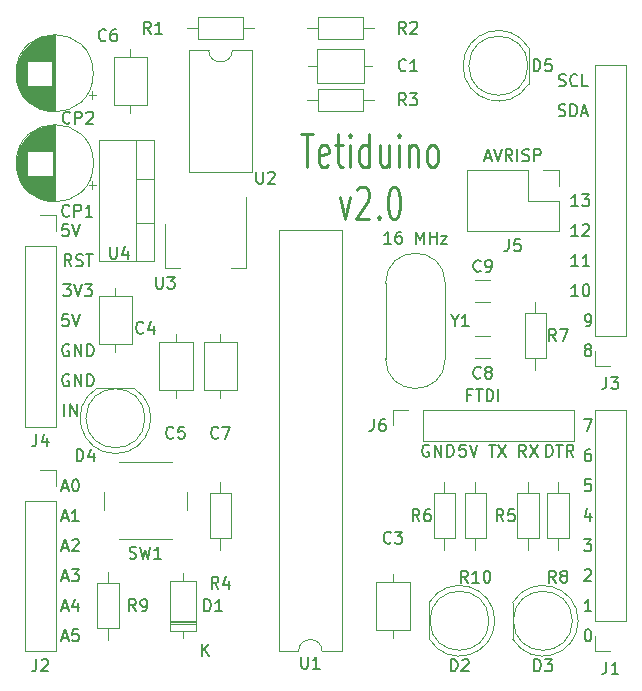
<source format=gto>
G04 #@! TF.GenerationSoftware,KiCad,Pcbnew,6.0.11-3.fc36*
G04 #@! TF.CreationDate,2023-04-04T19:13:08+09:00*
G04 #@! TF.ProjectId,Tetiduino,54657469-6475-4696-9e6f-2e6b69636164,rev?*
G04 #@! TF.SameCoordinates,Original*
G04 #@! TF.FileFunction,Legend,Top*
G04 #@! TF.FilePolarity,Positive*
%FSLAX46Y46*%
G04 Gerber Fmt 4.6, Leading zero omitted, Abs format (unit mm)*
G04 Created by KiCad (PCBNEW 6.0.11-3.fc36) date 2023-04-04 19:13:08*
%MOMM*%
%LPD*%
G01*
G04 APERTURE LIST*
%ADD10C,0.150000*%
%ADD11C,0.250000*%
%ADD12C,0.120000*%
%ADD13R,1.700000X1.700000*%
%ADD14O,1.700000X1.700000*%
%ADD15C,1.400000*%
%ADD16O,1.400000X1.400000*%
%ADD17R,1.600000X1.600000*%
%ADD18O,1.600000X1.600000*%
%ADD19C,1.600000*%
%ADD20C,2.000000*%
%ADD21R,1.800000X1.800000*%
%ADD22C,1.800000*%
%ADD23R,1.500000X2.000000*%
%ADD24R,3.800000X2.000000*%
%ADD25R,2.000000X1.905000*%
%ADD26O,2.000000X1.905000*%
%ADD27C,1.500000*%
G04 APERTURE END LIST*
D10*
X165568333Y-121356380D02*
X165235000Y-120880190D01*
X164996904Y-121356380D02*
X164996904Y-120356380D01*
X165377857Y-120356380D01*
X165473095Y-120404000D01*
X165520714Y-120451619D01*
X165568333Y-120546857D01*
X165568333Y-120689714D01*
X165520714Y-120784952D01*
X165473095Y-120832571D01*
X165377857Y-120880190D01*
X164996904Y-120880190D01*
X165901666Y-120356380D02*
X166568333Y-121356380D01*
X166568333Y-120356380D02*
X165901666Y-121356380D01*
X167259142Y-121356380D02*
X167259142Y-120356380D01*
X167497238Y-120356380D01*
X167640095Y-120404000D01*
X167735333Y-120499238D01*
X167782952Y-120594476D01*
X167830571Y-120784952D01*
X167830571Y-120927809D01*
X167782952Y-121118285D01*
X167735333Y-121213523D01*
X167640095Y-121308761D01*
X167497238Y-121356380D01*
X167259142Y-121356380D01*
X168116285Y-120356380D02*
X168687714Y-120356380D01*
X168402000Y-121356380D02*
X168402000Y-120356380D01*
X169592476Y-121356380D02*
X169259142Y-120880190D01*
X169021047Y-121356380D02*
X169021047Y-120356380D01*
X169402000Y-120356380D01*
X169497238Y-120404000D01*
X169544857Y-120451619D01*
X169592476Y-120546857D01*
X169592476Y-120689714D01*
X169544857Y-120784952D01*
X169497238Y-120832571D01*
X169402000Y-120880190D01*
X169021047Y-120880190D01*
X126285714Y-126531666D02*
X126761904Y-126531666D01*
X126190476Y-126817380D02*
X126523809Y-125817380D01*
X126857142Y-126817380D01*
X127714285Y-126817380D02*
X127142857Y-126817380D01*
X127428571Y-126817380D02*
X127428571Y-125817380D01*
X127333333Y-125960238D01*
X127238095Y-126055476D01*
X127142857Y-126103095D01*
X126285714Y-131611666D02*
X126761904Y-131611666D01*
X126190476Y-131897380D02*
X126523809Y-130897380D01*
X126857142Y-131897380D01*
X127095238Y-130897380D02*
X127714285Y-130897380D01*
X127380952Y-131278333D01*
X127523809Y-131278333D01*
X127619047Y-131325952D01*
X127666666Y-131373571D01*
X127714285Y-131468809D01*
X127714285Y-131706904D01*
X127666666Y-131802142D01*
X127619047Y-131849761D01*
X127523809Y-131897380D01*
X127238095Y-131897380D01*
X127142857Y-131849761D01*
X127095238Y-131802142D01*
X171005476Y-126105714D02*
X171005476Y-126772380D01*
X170767380Y-125724761D02*
X170529285Y-126439047D01*
X171148333Y-126439047D01*
X170624523Y-110307380D02*
X170815000Y-110307380D01*
X170910238Y-110259761D01*
X170957857Y-110212142D01*
X171053095Y-110069285D01*
X171100714Y-109878809D01*
X171100714Y-109497857D01*
X171053095Y-109402619D01*
X171005476Y-109355000D01*
X170910238Y-109307380D01*
X170719761Y-109307380D01*
X170624523Y-109355000D01*
X170576904Y-109402619D01*
X170529285Y-109497857D01*
X170529285Y-109735952D01*
X170576904Y-109831190D01*
X170624523Y-109878809D01*
X170719761Y-109926428D01*
X170910238Y-109926428D01*
X171005476Y-109878809D01*
X171053095Y-109831190D01*
X171100714Y-109735952D01*
X126809523Y-109307380D02*
X126333333Y-109307380D01*
X126285714Y-109783571D01*
X126333333Y-109735952D01*
X126428571Y-109688333D01*
X126666666Y-109688333D01*
X126761904Y-109735952D01*
X126809523Y-109783571D01*
X126857142Y-109878809D01*
X126857142Y-110116904D01*
X126809523Y-110212142D01*
X126761904Y-110259761D01*
X126666666Y-110307380D01*
X126428571Y-110307380D01*
X126333333Y-110259761D01*
X126285714Y-110212142D01*
X127142857Y-109307380D02*
X127476190Y-110307380D01*
X127809523Y-109307380D01*
X169989523Y-105227380D02*
X169418095Y-105227380D01*
X169703809Y-105227380D02*
X169703809Y-104227380D01*
X169608571Y-104370238D01*
X169513333Y-104465476D01*
X169418095Y-104513095D01*
X170941904Y-105227380D02*
X170370476Y-105227380D01*
X170656190Y-105227380D02*
X170656190Y-104227380D01*
X170560952Y-104370238D01*
X170465714Y-104465476D01*
X170370476Y-104513095D01*
X126285714Y-123991666D02*
X126761904Y-123991666D01*
X126190476Y-124277380D02*
X126523809Y-123277380D01*
X126857142Y-124277380D01*
X127380952Y-123277380D02*
X127476190Y-123277380D01*
X127571428Y-123325000D01*
X127619047Y-123372619D01*
X127666666Y-123467857D01*
X127714285Y-123658333D01*
X127714285Y-123896428D01*
X127666666Y-124086904D01*
X127619047Y-124182142D01*
X127571428Y-124229761D01*
X127476190Y-124277380D01*
X127380952Y-124277380D01*
X127285714Y-124229761D01*
X127238095Y-124182142D01*
X127190476Y-124086904D01*
X127142857Y-123896428D01*
X127142857Y-123658333D01*
X127190476Y-123467857D01*
X127238095Y-123372619D01*
X127285714Y-123325000D01*
X127380952Y-123277380D01*
X170529285Y-130992619D02*
X170576904Y-130945000D01*
X170672142Y-130897380D01*
X170910238Y-130897380D01*
X171005476Y-130945000D01*
X171053095Y-130992619D01*
X171100714Y-131087857D01*
X171100714Y-131183095D01*
X171053095Y-131325952D01*
X170481666Y-131897380D01*
X171100714Y-131897380D01*
X126873095Y-111895000D02*
X126777857Y-111847380D01*
X126635000Y-111847380D01*
X126492142Y-111895000D01*
X126396904Y-111990238D01*
X126349285Y-112085476D01*
X126301666Y-112275952D01*
X126301666Y-112418809D01*
X126349285Y-112609285D01*
X126396904Y-112704523D01*
X126492142Y-112799761D01*
X126635000Y-112847380D01*
X126730238Y-112847380D01*
X126873095Y-112799761D01*
X126920714Y-112752142D01*
X126920714Y-112418809D01*
X126730238Y-112418809D01*
X127349285Y-112847380D02*
X127349285Y-111847380D01*
X127920714Y-112847380D01*
X127920714Y-111847380D01*
X128396904Y-112847380D02*
X128396904Y-111847380D01*
X128635000Y-111847380D01*
X128777857Y-111895000D01*
X128873095Y-111990238D01*
X128920714Y-112085476D01*
X128968333Y-112275952D01*
X128968333Y-112418809D01*
X128920714Y-112609285D01*
X128873095Y-112704523D01*
X128777857Y-112799761D01*
X128635000Y-112847380D01*
X128396904Y-112847380D01*
X160464523Y-120356380D02*
X159988333Y-120356380D01*
X159940714Y-120832571D01*
X159988333Y-120784952D01*
X160083571Y-120737333D01*
X160321666Y-120737333D01*
X160416904Y-120784952D01*
X160464523Y-120832571D01*
X160512142Y-120927809D01*
X160512142Y-121165904D01*
X160464523Y-121261142D01*
X160416904Y-121308761D01*
X160321666Y-121356380D01*
X160083571Y-121356380D01*
X159988333Y-121308761D01*
X159940714Y-121261142D01*
X160797857Y-120356380D02*
X161131190Y-121356380D01*
X161464523Y-120356380D01*
X126873095Y-114435000D02*
X126777857Y-114387380D01*
X126635000Y-114387380D01*
X126492142Y-114435000D01*
X126396904Y-114530238D01*
X126349285Y-114625476D01*
X126301666Y-114815952D01*
X126301666Y-114958809D01*
X126349285Y-115149285D01*
X126396904Y-115244523D01*
X126492142Y-115339761D01*
X126635000Y-115387380D01*
X126730238Y-115387380D01*
X126873095Y-115339761D01*
X126920714Y-115292142D01*
X126920714Y-114958809D01*
X126730238Y-114958809D01*
X127349285Y-115387380D02*
X127349285Y-114387380D01*
X127920714Y-115387380D01*
X127920714Y-114387380D01*
X128396904Y-115387380D02*
X128396904Y-114387380D01*
X128635000Y-114387380D01*
X128777857Y-114435000D01*
X128873095Y-114530238D01*
X128920714Y-114625476D01*
X128968333Y-114815952D01*
X128968333Y-114958809D01*
X128920714Y-115149285D01*
X128873095Y-115244523D01*
X128777857Y-115339761D01*
X128635000Y-115387380D01*
X128396904Y-115387380D01*
D11*
X146485714Y-94070297D02*
X147514285Y-94070297D01*
X147000000Y-96820297D02*
X147000000Y-94070297D01*
X148800000Y-96689345D02*
X148628571Y-96820297D01*
X148285714Y-96820297D01*
X148114285Y-96689345D01*
X148028571Y-96427440D01*
X148028571Y-95379821D01*
X148114285Y-95117916D01*
X148285714Y-94986964D01*
X148628571Y-94986964D01*
X148800000Y-95117916D01*
X148885714Y-95379821D01*
X148885714Y-95641726D01*
X148028571Y-95903630D01*
X149400000Y-94986964D02*
X150085714Y-94986964D01*
X149657142Y-94070297D02*
X149657142Y-96427440D01*
X149742857Y-96689345D01*
X149914285Y-96820297D01*
X150085714Y-96820297D01*
X150685714Y-96820297D02*
X150685714Y-94986964D01*
X150685714Y-94070297D02*
X150600000Y-94201250D01*
X150685714Y-94332202D01*
X150771428Y-94201250D01*
X150685714Y-94070297D01*
X150685714Y-94332202D01*
X152314285Y-96820297D02*
X152314285Y-94070297D01*
X152314285Y-96689345D02*
X152142857Y-96820297D01*
X151800000Y-96820297D01*
X151628571Y-96689345D01*
X151542857Y-96558392D01*
X151457142Y-96296488D01*
X151457142Y-95510773D01*
X151542857Y-95248869D01*
X151628571Y-95117916D01*
X151800000Y-94986964D01*
X152142857Y-94986964D01*
X152314285Y-95117916D01*
X153942857Y-94986964D02*
X153942857Y-96820297D01*
X153171428Y-94986964D02*
X153171428Y-96427440D01*
X153257142Y-96689345D01*
X153428571Y-96820297D01*
X153685714Y-96820297D01*
X153857142Y-96689345D01*
X153942857Y-96558392D01*
X154800000Y-96820297D02*
X154800000Y-94986964D01*
X154800000Y-94070297D02*
X154714285Y-94201250D01*
X154800000Y-94332202D01*
X154885714Y-94201250D01*
X154800000Y-94070297D01*
X154800000Y-94332202D01*
X155657142Y-94986964D02*
X155657142Y-96820297D01*
X155657142Y-95248869D02*
X155742857Y-95117916D01*
X155914285Y-94986964D01*
X156171428Y-94986964D01*
X156342857Y-95117916D01*
X156428571Y-95379821D01*
X156428571Y-96820297D01*
X157542857Y-96820297D02*
X157371428Y-96689345D01*
X157285714Y-96558392D01*
X157200000Y-96296488D01*
X157200000Y-95510773D01*
X157285714Y-95248869D01*
X157371428Y-95117916D01*
X157542857Y-94986964D01*
X157800000Y-94986964D01*
X157971428Y-95117916D01*
X158057142Y-95248869D01*
X158142857Y-95510773D01*
X158142857Y-96296488D01*
X158057142Y-96558392D01*
X157971428Y-96689345D01*
X157800000Y-96820297D01*
X157542857Y-96820297D01*
X149828571Y-99414464D02*
X150257142Y-101247797D01*
X150685714Y-99414464D01*
X151285714Y-98759702D02*
X151371428Y-98628750D01*
X151542857Y-98497797D01*
X151971428Y-98497797D01*
X152142857Y-98628750D01*
X152228571Y-98759702D01*
X152314285Y-99021607D01*
X152314285Y-99283511D01*
X152228571Y-99676369D01*
X151200000Y-101247797D01*
X152314285Y-101247797D01*
X153085714Y-100985892D02*
X153171428Y-101116845D01*
X153085714Y-101247797D01*
X153000000Y-101116845D01*
X153085714Y-100985892D01*
X153085714Y-101247797D01*
X154285714Y-98497797D02*
X154457142Y-98497797D01*
X154628571Y-98628750D01*
X154714285Y-98759702D01*
X154800000Y-99021607D01*
X154885714Y-99545416D01*
X154885714Y-100200178D01*
X154800000Y-100723988D01*
X154714285Y-100985892D01*
X154628571Y-101116845D01*
X154457142Y-101247797D01*
X154285714Y-101247797D01*
X154114285Y-101116845D01*
X154028571Y-100985892D01*
X153942857Y-100723988D01*
X153857142Y-100200178D01*
X153857142Y-99545416D01*
X153942857Y-99021607D01*
X154028571Y-98759702D01*
X154114285Y-98628750D01*
X154285714Y-98497797D01*
D10*
X126285714Y-134151666D02*
X126761904Y-134151666D01*
X126190476Y-134437380D02*
X126523809Y-133437380D01*
X126857142Y-134437380D01*
X127619047Y-133770714D02*
X127619047Y-134437380D01*
X127380952Y-133389761D02*
X127142857Y-134104047D01*
X127761904Y-134104047D01*
X127087380Y-105227380D02*
X126754047Y-104751190D01*
X126515952Y-105227380D02*
X126515952Y-104227380D01*
X126896904Y-104227380D01*
X126992142Y-104275000D01*
X127039761Y-104322619D01*
X127087380Y-104417857D01*
X127087380Y-104560714D01*
X127039761Y-104655952D01*
X126992142Y-104703571D01*
X126896904Y-104751190D01*
X126515952Y-104751190D01*
X127468333Y-105179761D02*
X127611190Y-105227380D01*
X127849285Y-105227380D01*
X127944523Y-105179761D01*
X127992142Y-105132142D01*
X128039761Y-105036904D01*
X128039761Y-104941666D01*
X127992142Y-104846428D01*
X127944523Y-104798809D01*
X127849285Y-104751190D01*
X127658809Y-104703571D01*
X127563571Y-104655952D01*
X127515952Y-104608333D01*
X127468333Y-104513095D01*
X127468333Y-104417857D01*
X127515952Y-104322619D01*
X127563571Y-104275000D01*
X127658809Y-104227380D01*
X127896904Y-104227380D01*
X128039761Y-104275000D01*
X128325476Y-104227380D02*
X128896904Y-104227380D01*
X128611190Y-105227380D02*
X128611190Y-104227380D01*
X126809523Y-101687380D02*
X126333333Y-101687380D01*
X126285714Y-102163571D01*
X126333333Y-102115952D01*
X126428571Y-102068333D01*
X126666666Y-102068333D01*
X126761904Y-102115952D01*
X126809523Y-102163571D01*
X126857142Y-102258809D01*
X126857142Y-102496904D01*
X126809523Y-102592142D01*
X126761904Y-102639761D01*
X126666666Y-102687380D01*
X126428571Y-102687380D01*
X126333333Y-102639761D01*
X126285714Y-102592142D01*
X127142857Y-101687380D02*
X127476190Y-102687380D01*
X127809523Y-101687380D01*
X157353095Y-120404000D02*
X157257857Y-120356380D01*
X157115000Y-120356380D01*
X156972142Y-120404000D01*
X156876904Y-120499238D01*
X156829285Y-120594476D01*
X156781666Y-120784952D01*
X156781666Y-120927809D01*
X156829285Y-121118285D01*
X156876904Y-121213523D01*
X156972142Y-121308761D01*
X157115000Y-121356380D01*
X157210238Y-121356380D01*
X157353095Y-121308761D01*
X157400714Y-121261142D01*
X157400714Y-120927809D01*
X157210238Y-120927809D01*
X157829285Y-121356380D02*
X157829285Y-120356380D01*
X158400714Y-121356380D01*
X158400714Y-120356380D01*
X158876904Y-121356380D02*
X158876904Y-120356380D01*
X159115000Y-120356380D01*
X159257857Y-120404000D01*
X159353095Y-120499238D01*
X159400714Y-120594476D01*
X159448333Y-120784952D01*
X159448333Y-120927809D01*
X159400714Y-121118285D01*
X159353095Y-121213523D01*
X159257857Y-121308761D01*
X159115000Y-121356380D01*
X158876904Y-121356380D01*
X170767380Y-135977380D02*
X170862619Y-135977380D01*
X170957857Y-136025000D01*
X171005476Y-136072619D01*
X171053095Y-136167857D01*
X171100714Y-136358333D01*
X171100714Y-136596428D01*
X171053095Y-136786904D01*
X171005476Y-136882142D01*
X170957857Y-136929761D01*
X170862619Y-136977380D01*
X170767380Y-136977380D01*
X170672142Y-136929761D01*
X170624523Y-136882142D01*
X170576904Y-136786904D01*
X170529285Y-136596428D01*
X170529285Y-136358333D01*
X170576904Y-136167857D01*
X170624523Y-136072619D01*
X170672142Y-136025000D01*
X170767380Y-135977380D01*
X126396904Y-106767380D02*
X127015952Y-106767380D01*
X126682619Y-107148333D01*
X126825476Y-107148333D01*
X126920714Y-107195952D01*
X126968333Y-107243571D01*
X127015952Y-107338809D01*
X127015952Y-107576904D01*
X126968333Y-107672142D01*
X126920714Y-107719761D01*
X126825476Y-107767380D01*
X126539761Y-107767380D01*
X126444523Y-107719761D01*
X126396904Y-107672142D01*
X127301666Y-106767380D02*
X127635000Y-107767380D01*
X127968333Y-106767380D01*
X128206428Y-106767380D02*
X128825476Y-106767380D01*
X128492142Y-107148333D01*
X128635000Y-107148333D01*
X128730238Y-107195952D01*
X128777857Y-107243571D01*
X128825476Y-107338809D01*
X128825476Y-107576904D01*
X128777857Y-107672142D01*
X128730238Y-107719761D01*
X128635000Y-107767380D01*
X128349285Y-107767380D01*
X128254047Y-107719761D01*
X128206428Y-107672142D01*
X154138571Y-103322380D02*
X153567142Y-103322380D01*
X153852857Y-103322380D02*
X153852857Y-102322380D01*
X153757619Y-102465238D01*
X153662380Y-102560476D01*
X153567142Y-102608095D01*
X154995714Y-102322380D02*
X154805238Y-102322380D01*
X154710000Y-102370000D01*
X154662380Y-102417619D01*
X154567142Y-102560476D01*
X154519523Y-102750952D01*
X154519523Y-103131904D01*
X154567142Y-103227142D01*
X154614761Y-103274761D01*
X154710000Y-103322380D01*
X154900476Y-103322380D01*
X154995714Y-103274761D01*
X155043333Y-103227142D01*
X155090952Y-103131904D01*
X155090952Y-102893809D01*
X155043333Y-102798571D01*
X154995714Y-102750952D01*
X154900476Y-102703333D01*
X154710000Y-102703333D01*
X154614761Y-102750952D01*
X154567142Y-102798571D01*
X154519523Y-102893809D01*
X156281428Y-103322380D02*
X156281428Y-102322380D01*
X156614761Y-103036666D01*
X156948095Y-102322380D01*
X156948095Y-103322380D01*
X157424285Y-103322380D02*
X157424285Y-102322380D01*
X157424285Y-102798571D02*
X157995714Y-102798571D01*
X157995714Y-103322380D02*
X157995714Y-102322380D01*
X158376666Y-102655714D02*
X158900476Y-102655714D01*
X158376666Y-103322380D01*
X158900476Y-103322380D01*
X126285714Y-129071666D02*
X126761904Y-129071666D01*
X126190476Y-129357380D02*
X126523809Y-128357380D01*
X126857142Y-129357380D01*
X127142857Y-128452619D02*
X127190476Y-128405000D01*
X127285714Y-128357380D01*
X127523809Y-128357380D01*
X127619047Y-128405000D01*
X127666666Y-128452619D01*
X127714285Y-128547857D01*
X127714285Y-128643095D01*
X127666666Y-128785952D01*
X127095238Y-129357380D01*
X127714285Y-129357380D01*
X169989523Y-102687380D02*
X169418095Y-102687380D01*
X169703809Y-102687380D02*
X169703809Y-101687380D01*
X169608571Y-101830238D01*
X169513333Y-101925476D01*
X169418095Y-101973095D01*
X170370476Y-101782619D02*
X170418095Y-101735000D01*
X170513333Y-101687380D01*
X170751428Y-101687380D01*
X170846666Y-101735000D01*
X170894285Y-101782619D01*
X170941904Y-101877857D01*
X170941904Y-101973095D01*
X170894285Y-102115952D01*
X170322857Y-102687380D01*
X170941904Y-102687380D01*
X170481666Y-118197380D02*
X171148333Y-118197380D01*
X170719761Y-119197380D01*
X169989523Y-100147380D02*
X169418095Y-100147380D01*
X169703809Y-100147380D02*
X169703809Y-99147380D01*
X169608571Y-99290238D01*
X169513333Y-99385476D01*
X169418095Y-99433095D01*
X170322857Y-99147380D02*
X170941904Y-99147380D01*
X170608571Y-99528333D01*
X170751428Y-99528333D01*
X170846666Y-99575952D01*
X170894285Y-99623571D01*
X170941904Y-99718809D01*
X170941904Y-99956904D01*
X170894285Y-100052142D01*
X170846666Y-100099761D01*
X170751428Y-100147380D01*
X170465714Y-100147380D01*
X170370476Y-100099761D01*
X170322857Y-100052142D01*
X169989523Y-107767380D02*
X169418095Y-107767380D01*
X169703809Y-107767380D02*
X169703809Y-106767380D01*
X169608571Y-106910238D01*
X169513333Y-107005476D01*
X169418095Y-107053095D01*
X170608571Y-106767380D02*
X170703809Y-106767380D01*
X170799047Y-106815000D01*
X170846666Y-106862619D01*
X170894285Y-106957857D01*
X170941904Y-107148333D01*
X170941904Y-107386428D01*
X170894285Y-107576904D01*
X170846666Y-107672142D01*
X170799047Y-107719761D01*
X170703809Y-107767380D01*
X170608571Y-107767380D01*
X170513333Y-107719761D01*
X170465714Y-107672142D01*
X170418095Y-107576904D01*
X170370476Y-107386428D01*
X170370476Y-107148333D01*
X170418095Y-106957857D01*
X170465714Y-106862619D01*
X170513333Y-106815000D01*
X170608571Y-106767380D01*
X168354523Y-89939761D02*
X168497380Y-89987380D01*
X168735476Y-89987380D01*
X168830714Y-89939761D01*
X168878333Y-89892142D01*
X168925952Y-89796904D01*
X168925952Y-89701666D01*
X168878333Y-89606428D01*
X168830714Y-89558809D01*
X168735476Y-89511190D01*
X168545000Y-89463571D01*
X168449761Y-89415952D01*
X168402142Y-89368333D01*
X168354523Y-89273095D01*
X168354523Y-89177857D01*
X168402142Y-89082619D01*
X168449761Y-89035000D01*
X168545000Y-88987380D01*
X168783095Y-88987380D01*
X168925952Y-89035000D01*
X169925952Y-89892142D02*
X169878333Y-89939761D01*
X169735476Y-89987380D01*
X169640238Y-89987380D01*
X169497380Y-89939761D01*
X169402142Y-89844523D01*
X169354523Y-89749285D01*
X169306904Y-89558809D01*
X169306904Y-89415952D01*
X169354523Y-89225476D01*
X169402142Y-89130238D01*
X169497380Y-89035000D01*
X169640238Y-88987380D01*
X169735476Y-88987380D01*
X169878333Y-89035000D01*
X169925952Y-89082619D01*
X170830714Y-89987380D02*
X170354523Y-89987380D01*
X170354523Y-88987380D01*
X162084047Y-96051666D02*
X162560238Y-96051666D01*
X161988809Y-96337380D02*
X162322142Y-95337380D01*
X162655476Y-96337380D01*
X162845952Y-95337380D02*
X163179285Y-96337380D01*
X163512619Y-95337380D01*
X164417380Y-96337380D02*
X164084047Y-95861190D01*
X163845952Y-96337380D02*
X163845952Y-95337380D01*
X164226904Y-95337380D01*
X164322142Y-95385000D01*
X164369761Y-95432619D01*
X164417380Y-95527857D01*
X164417380Y-95670714D01*
X164369761Y-95765952D01*
X164322142Y-95813571D01*
X164226904Y-95861190D01*
X163845952Y-95861190D01*
X164845952Y-96337380D02*
X164845952Y-95337380D01*
X165274523Y-96289761D02*
X165417380Y-96337380D01*
X165655476Y-96337380D01*
X165750714Y-96289761D01*
X165798333Y-96242142D01*
X165845952Y-96146904D01*
X165845952Y-96051666D01*
X165798333Y-95956428D01*
X165750714Y-95908809D01*
X165655476Y-95861190D01*
X165465000Y-95813571D01*
X165369761Y-95765952D01*
X165322142Y-95718333D01*
X165274523Y-95623095D01*
X165274523Y-95527857D01*
X165322142Y-95432619D01*
X165369761Y-95385000D01*
X165465000Y-95337380D01*
X165703095Y-95337380D01*
X165845952Y-95385000D01*
X166274523Y-96337380D02*
X166274523Y-95337380D01*
X166655476Y-95337380D01*
X166750714Y-95385000D01*
X166798333Y-95432619D01*
X166845952Y-95527857D01*
X166845952Y-95670714D01*
X166798333Y-95765952D01*
X166750714Y-95813571D01*
X166655476Y-95861190D01*
X166274523Y-95861190D01*
X162433095Y-120356380D02*
X163004523Y-120356380D01*
X162718809Y-121356380D02*
X162718809Y-120356380D01*
X163242619Y-120356380D02*
X163909285Y-121356380D01*
X163909285Y-120356380D02*
X163242619Y-121356380D01*
X126285714Y-136691666D02*
X126761904Y-136691666D01*
X126190476Y-136977380D02*
X126523809Y-135977380D01*
X126857142Y-136977380D01*
X127666666Y-135977380D02*
X127190476Y-135977380D01*
X127142857Y-136453571D01*
X127190476Y-136405952D01*
X127285714Y-136358333D01*
X127523809Y-136358333D01*
X127619047Y-136405952D01*
X127666666Y-136453571D01*
X127714285Y-136548809D01*
X127714285Y-136786904D01*
X127666666Y-136882142D01*
X127619047Y-136929761D01*
X127523809Y-136977380D01*
X127285714Y-136977380D01*
X127190476Y-136929761D01*
X127142857Y-136882142D01*
X170481666Y-128357380D02*
X171100714Y-128357380D01*
X170767380Y-128738333D01*
X170910238Y-128738333D01*
X171005476Y-128785952D01*
X171053095Y-128833571D01*
X171100714Y-128928809D01*
X171100714Y-129166904D01*
X171053095Y-129262142D01*
X171005476Y-129309761D01*
X170910238Y-129357380D01*
X170624523Y-129357380D01*
X170529285Y-129309761D01*
X170481666Y-129262142D01*
X160948809Y-116133571D02*
X160615476Y-116133571D01*
X160615476Y-116657380D02*
X160615476Y-115657380D01*
X161091666Y-115657380D01*
X161329761Y-115657380D02*
X161901190Y-115657380D01*
X161615476Y-116657380D02*
X161615476Y-115657380D01*
X162234523Y-116657380D02*
X162234523Y-115657380D01*
X162472619Y-115657380D01*
X162615476Y-115705000D01*
X162710714Y-115800238D01*
X162758333Y-115895476D01*
X162805952Y-116085952D01*
X162805952Y-116228809D01*
X162758333Y-116419285D01*
X162710714Y-116514523D01*
X162615476Y-116609761D01*
X162472619Y-116657380D01*
X162234523Y-116657380D01*
X163234523Y-116657380D02*
X163234523Y-115657380D01*
X171005476Y-120737380D02*
X170815000Y-120737380D01*
X170719761Y-120785000D01*
X170672142Y-120832619D01*
X170576904Y-120975476D01*
X170529285Y-121165952D01*
X170529285Y-121546904D01*
X170576904Y-121642142D01*
X170624523Y-121689761D01*
X170719761Y-121737380D01*
X170910238Y-121737380D01*
X171005476Y-121689761D01*
X171053095Y-121642142D01*
X171100714Y-121546904D01*
X171100714Y-121308809D01*
X171053095Y-121213571D01*
X171005476Y-121165952D01*
X170910238Y-121118333D01*
X170719761Y-121118333D01*
X170624523Y-121165952D01*
X170576904Y-121213571D01*
X170529285Y-121308809D01*
X171053095Y-123277380D02*
X170576904Y-123277380D01*
X170529285Y-123753571D01*
X170576904Y-123705952D01*
X170672142Y-123658333D01*
X170910238Y-123658333D01*
X171005476Y-123705952D01*
X171053095Y-123753571D01*
X171100714Y-123848809D01*
X171100714Y-124086904D01*
X171053095Y-124182142D01*
X171005476Y-124229761D01*
X170910238Y-124277380D01*
X170672142Y-124277380D01*
X170576904Y-124229761D01*
X170529285Y-124182142D01*
X168330714Y-92479761D02*
X168473571Y-92527380D01*
X168711666Y-92527380D01*
X168806904Y-92479761D01*
X168854523Y-92432142D01*
X168902142Y-92336904D01*
X168902142Y-92241666D01*
X168854523Y-92146428D01*
X168806904Y-92098809D01*
X168711666Y-92051190D01*
X168521190Y-92003571D01*
X168425952Y-91955952D01*
X168378333Y-91908333D01*
X168330714Y-91813095D01*
X168330714Y-91717857D01*
X168378333Y-91622619D01*
X168425952Y-91575000D01*
X168521190Y-91527380D01*
X168759285Y-91527380D01*
X168902142Y-91575000D01*
X169330714Y-92527380D02*
X169330714Y-91527380D01*
X169568809Y-91527380D01*
X169711666Y-91575000D01*
X169806904Y-91670238D01*
X169854523Y-91765476D01*
X169902142Y-91955952D01*
X169902142Y-92098809D01*
X169854523Y-92289285D01*
X169806904Y-92384523D01*
X169711666Y-92479761D01*
X169568809Y-92527380D01*
X169330714Y-92527380D01*
X170283095Y-92241666D02*
X170759285Y-92241666D01*
X170187857Y-92527380D02*
X170521190Y-91527380D01*
X170854523Y-92527380D01*
X126476190Y-117927380D02*
X126476190Y-116927380D01*
X126952380Y-117927380D02*
X126952380Y-116927380D01*
X127523809Y-117927380D01*
X127523809Y-116927380D01*
X170719761Y-112275952D02*
X170624523Y-112228333D01*
X170576904Y-112180714D01*
X170529285Y-112085476D01*
X170529285Y-112037857D01*
X170576904Y-111942619D01*
X170624523Y-111895000D01*
X170719761Y-111847380D01*
X170910238Y-111847380D01*
X171005476Y-111895000D01*
X171053095Y-111942619D01*
X171100714Y-112037857D01*
X171100714Y-112085476D01*
X171053095Y-112180714D01*
X171005476Y-112228333D01*
X170910238Y-112275952D01*
X170719761Y-112275952D01*
X170624523Y-112323571D01*
X170576904Y-112371190D01*
X170529285Y-112466428D01*
X170529285Y-112656904D01*
X170576904Y-112752142D01*
X170624523Y-112799761D01*
X170719761Y-112847380D01*
X170910238Y-112847380D01*
X171005476Y-112799761D01*
X171053095Y-112752142D01*
X171100714Y-112656904D01*
X171100714Y-112466428D01*
X171053095Y-112371190D01*
X171005476Y-112323571D01*
X170910238Y-112275952D01*
X171100714Y-134437380D02*
X170529285Y-134437380D01*
X170815000Y-134437380D02*
X170815000Y-133437380D01*
X170719761Y-133580238D01*
X170624523Y-133675476D01*
X170529285Y-133723095D01*
X124126666Y-119467380D02*
X124126666Y-120181666D01*
X124079047Y-120324523D01*
X123983809Y-120419761D01*
X123840952Y-120467380D01*
X123745714Y-120467380D01*
X125031428Y-119800714D02*
X125031428Y-120467380D01*
X124793333Y-119419761D02*
X124555238Y-120134047D01*
X125174285Y-120134047D01*
X155408333Y-91607380D02*
X155075000Y-91131190D01*
X154836904Y-91607380D02*
X154836904Y-90607380D01*
X155217857Y-90607380D01*
X155313095Y-90655000D01*
X155360714Y-90702619D01*
X155408333Y-90797857D01*
X155408333Y-90940714D01*
X155360714Y-91035952D01*
X155313095Y-91083571D01*
X155217857Y-91131190D01*
X154836904Y-91131190D01*
X155741666Y-90607380D02*
X156360714Y-90607380D01*
X156027380Y-90988333D01*
X156170238Y-90988333D01*
X156265476Y-91035952D01*
X156313095Y-91083571D01*
X156360714Y-91178809D01*
X156360714Y-91416904D01*
X156313095Y-91512142D01*
X156265476Y-91559761D01*
X156170238Y-91607380D01*
X155884523Y-91607380D01*
X155789285Y-91559761D01*
X155741666Y-91512142D01*
X138326904Y-134437380D02*
X138326904Y-133437380D01*
X138565000Y-133437380D01*
X138707857Y-133485000D01*
X138803095Y-133580238D01*
X138850714Y-133675476D01*
X138898333Y-133865952D01*
X138898333Y-134008809D01*
X138850714Y-134199285D01*
X138803095Y-134294523D01*
X138707857Y-134389761D01*
X138565000Y-134437380D01*
X138326904Y-134437380D01*
X139850714Y-134437380D02*
X139279285Y-134437380D01*
X139565000Y-134437380D02*
X139565000Y-133437380D01*
X139469761Y-133580238D01*
X139374523Y-133675476D01*
X139279285Y-133723095D01*
X138168095Y-138247380D02*
X138168095Y-137247380D01*
X138739523Y-138247380D02*
X138310952Y-137675952D01*
X138739523Y-137247380D02*
X138168095Y-137818809D01*
X161738333Y-114657142D02*
X161690714Y-114704761D01*
X161547857Y-114752380D01*
X161452619Y-114752380D01*
X161309761Y-114704761D01*
X161214523Y-114609523D01*
X161166904Y-114514285D01*
X161119285Y-114323809D01*
X161119285Y-114180952D01*
X161166904Y-113990476D01*
X161214523Y-113895238D01*
X161309761Y-113800000D01*
X161452619Y-113752380D01*
X161547857Y-113752380D01*
X161690714Y-113800000D01*
X161738333Y-113847619D01*
X162309761Y-114180952D02*
X162214523Y-114133333D01*
X162166904Y-114085714D01*
X162119285Y-113990476D01*
X162119285Y-113942857D01*
X162166904Y-113847619D01*
X162214523Y-113800000D01*
X162309761Y-113752380D01*
X162500238Y-113752380D01*
X162595476Y-113800000D01*
X162643095Y-113847619D01*
X162690714Y-113942857D01*
X162690714Y-113990476D01*
X162643095Y-114085714D01*
X162595476Y-114133333D01*
X162500238Y-114180952D01*
X162309761Y-114180952D01*
X162214523Y-114228571D01*
X162166904Y-114276190D01*
X162119285Y-114371428D01*
X162119285Y-114561904D01*
X162166904Y-114657142D01*
X162214523Y-114704761D01*
X162309761Y-114752380D01*
X162500238Y-114752380D01*
X162595476Y-114704761D01*
X162643095Y-114657142D01*
X162690714Y-114561904D01*
X162690714Y-114371428D01*
X162643095Y-114276190D01*
X162595476Y-114228571D01*
X162500238Y-114180952D01*
X161738333Y-105622142D02*
X161690714Y-105669761D01*
X161547857Y-105717380D01*
X161452619Y-105717380D01*
X161309761Y-105669761D01*
X161214523Y-105574523D01*
X161166904Y-105479285D01*
X161119285Y-105288809D01*
X161119285Y-105145952D01*
X161166904Y-104955476D01*
X161214523Y-104860238D01*
X161309761Y-104765000D01*
X161452619Y-104717380D01*
X161547857Y-104717380D01*
X161690714Y-104765000D01*
X161738333Y-104812619D01*
X162214523Y-105717380D02*
X162405000Y-105717380D01*
X162500238Y-105669761D01*
X162547857Y-105622142D01*
X162643095Y-105479285D01*
X162690714Y-105288809D01*
X162690714Y-104907857D01*
X162643095Y-104812619D01*
X162595476Y-104765000D01*
X162500238Y-104717380D01*
X162309761Y-104717380D01*
X162214523Y-104765000D01*
X162166904Y-104812619D01*
X162119285Y-104907857D01*
X162119285Y-105145952D01*
X162166904Y-105241190D01*
X162214523Y-105288809D01*
X162309761Y-105336428D01*
X162500238Y-105336428D01*
X162595476Y-105288809D01*
X162643095Y-105241190D01*
X162690714Y-105145952D01*
X126968333Y-93067142D02*
X126920714Y-93114761D01*
X126777857Y-93162380D01*
X126682619Y-93162380D01*
X126539761Y-93114761D01*
X126444523Y-93019523D01*
X126396904Y-92924285D01*
X126349285Y-92733809D01*
X126349285Y-92590952D01*
X126396904Y-92400476D01*
X126444523Y-92305238D01*
X126539761Y-92210000D01*
X126682619Y-92162380D01*
X126777857Y-92162380D01*
X126920714Y-92210000D01*
X126968333Y-92257619D01*
X127396904Y-93162380D02*
X127396904Y-92162380D01*
X127777857Y-92162380D01*
X127873095Y-92210000D01*
X127920714Y-92257619D01*
X127968333Y-92352857D01*
X127968333Y-92495714D01*
X127920714Y-92590952D01*
X127873095Y-92638571D01*
X127777857Y-92686190D01*
X127396904Y-92686190D01*
X128349285Y-92257619D02*
X128396904Y-92210000D01*
X128492142Y-92162380D01*
X128730238Y-92162380D01*
X128825476Y-92210000D01*
X128873095Y-92257619D01*
X128920714Y-92352857D01*
X128920714Y-92448095D01*
X128873095Y-92590952D01*
X128301666Y-93162380D01*
X128920714Y-93162380D01*
X133183333Y-110847142D02*
X133135714Y-110894761D01*
X132992857Y-110942380D01*
X132897619Y-110942380D01*
X132754761Y-110894761D01*
X132659523Y-110799523D01*
X132611904Y-110704285D01*
X132564285Y-110513809D01*
X132564285Y-110370952D01*
X132611904Y-110180476D01*
X132659523Y-110085238D01*
X132754761Y-109990000D01*
X132897619Y-109942380D01*
X132992857Y-109942380D01*
X133135714Y-109990000D01*
X133183333Y-110037619D01*
X134040476Y-110275714D02*
X134040476Y-110942380D01*
X133802380Y-109894761D02*
X133564285Y-110609047D01*
X134183333Y-110609047D01*
X139533333Y-119737142D02*
X139485714Y-119784761D01*
X139342857Y-119832380D01*
X139247619Y-119832380D01*
X139104761Y-119784761D01*
X139009523Y-119689523D01*
X138961904Y-119594285D01*
X138914285Y-119403809D01*
X138914285Y-119260952D01*
X138961904Y-119070476D01*
X139009523Y-118975238D01*
X139104761Y-118880000D01*
X139247619Y-118832380D01*
X139342857Y-118832380D01*
X139485714Y-118880000D01*
X139533333Y-118927619D01*
X139866666Y-118832380D02*
X140533333Y-118832380D01*
X140104761Y-119832380D01*
X152701666Y-118172380D02*
X152701666Y-118886666D01*
X152654047Y-119029523D01*
X152558809Y-119124761D01*
X152415952Y-119172380D01*
X152320714Y-119172380D01*
X153606428Y-118172380D02*
X153415952Y-118172380D01*
X153320714Y-118220000D01*
X153273095Y-118267619D01*
X153177857Y-118410476D01*
X153130238Y-118600952D01*
X153130238Y-118981904D01*
X153177857Y-119077142D01*
X153225476Y-119124761D01*
X153320714Y-119172380D01*
X153511190Y-119172380D01*
X153606428Y-119124761D01*
X153654047Y-119077142D01*
X153701666Y-118981904D01*
X153701666Y-118743809D01*
X153654047Y-118648571D01*
X153606428Y-118600952D01*
X153511190Y-118553333D01*
X153320714Y-118553333D01*
X153225476Y-118600952D01*
X153177857Y-118648571D01*
X153130238Y-118743809D01*
X132016666Y-129944761D02*
X132159523Y-129992380D01*
X132397619Y-129992380D01*
X132492857Y-129944761D01*
X132540476Y-129897142D01*
X132588095Y-129801904D01*
X132588095Y-129706666D01*
X132540476Y-129611428D01*
X132492857Y-129563809D01*
X132397619Y-129516190D01*
X132207142Y-129468571D01*
X132111904Y-129420952D01*
X132064285Y-129373333D01*
X132016666Y-129278095D01*
X132016666Y-129182857D01*
X132064285Y-129087619D01*
X132111904Y-129040000D01*
X132207142Y-128992380D01*
X132445238Y-128992380D01*
X132588095Y-129040000D01*
X132921428Y-128992380D02*
X133159523Y-129992380D01*
X133350000Y-129278095D01*
X133540476Y-129992380D01*
X133778571Y-128992380D01*
X134683333Y-129992380D02*
X134111904Y-129992380D01*
X134397619Y-129992380D02*
X134397619Y-128992380D01*
X134302380Y-129135238D01*
X134207142Y-129230476D01*
X134111904Y-129278095D01*
X166226904Y-88717380D02*
X166226904Y-87717380D01*
X166465000Y-87717380D01*
X166607857Y-87765000D01*
X166703095Y-87860238D01*
X166750714Y-87955476D01*
X166798333Y-88145952D01*
X166798333Y-88288809D01*
X166750714Y-88479285D01*
X166703095Y-88574523D01*
X166607857Y-88669761D01*
X166465000Y-88717380D01*
X166226904Y-88717380D01*
X167703095Y-87717380D02*
X167226904Y-87717380D01*
X167179285Y-88193571D01*
X167226904Y-88145952D01*
X167322142Y-88098333D01*
X167560238Y-88098333D01*
X167655476Y-88145952D01*
X167703095Y-88193571D01*
X167750714Y-88288809D01*
X167750714Y-88526904D01*
X167703095Y-88622142D01*
X167655476Y-88669761D01*
X167560238Y-88717380D01*
X167322142Y-88717380D01*
X167226904Y-88669761D01*
X167179285Y-88622142D01*
X134258095Y-106132380D02*
X134258095Y-106941904D01*
X134305714Y-107037142D01*
X134353333Y-107084761D01*
X134448571Y-107132380D01*
X134639047Y-107132380D01*
X134734285Y-107084761D01*
X134781904Y-107037142D01*
X134829523Y-106941904D01*
X134829523Y-106132380D01*
X135210476Y-106132380D02*
X135829523Y-106132380D01*
X135496190Y-106513333D01*
X135639047Y-106513333D01*
X135734285Y-106560952D01*
X135781904Y-106608571D01*
X135829523Y-106703809D01*
X135829523Y-106941904D01*
X135781904Y-107037142D01*
X135734285Y-107084761D01*
X135639047Y-107132380D01*
X135353333Y-107132380D01*
X135258095Y-107084761D01*
X135210476Y-107037142D01*
X155408333Y-88622142D02*
X155360714Y-88669761D01*
X155217857Y-88717380D01*
X155122619Y-88717380D01*
X154979761Y-88669761D01*
X154884523Y-88574523D01*
X154836904Y-88479285D01*
X154789285Y-88288809D01*
X154789285Y-88145952D01*
X154836904Y-87955476D01*
X154884523Y-87860238D01*
X154979761Y-87765000D01*
X155122619Y-87717380D01*
X155217857Y-87717380D01*
X155360714Y-87765000D01*
X155408333Y-87812619D01*
X156360714Y-88717380D02*
X155789285Y-88717380D01*
X156075000Y-88717380D02*
X156075000Y-87717380D01*
X155979761Y-87860238D01*
X155884523Y-87955476D01*
X155789285Y-88003095D01*
X166261904Y-139517380D02*
X166261904Y-138517380D01*
X166500000Y-138517380D01*
X166642857Y-138565000D01*
X166738095Y-138660238D01*
X166785714Y-138755476D01*
X166833333Y-138945952D01*
X166833333Y-139088809D01*
X166785714Y-139279285D01*
X166738095Y-139374523D01*
X166642857Y-139469761D01*
X166500000Y-139517380D01*
X166261904Y-139517380D01*
X167166666Y-138517380D02*
X167785714Y-138517380D01*
X167452380Y-138898333D01*
X167595238Y-138898333D01*
X167690476Y-138945952D01*
X167738095Y-138993571D01*
X167785714Y-139088809D01*
X167785714Y-139326904D01*
X167738095Y-139422142D01*
X167690476Y-139469761D01*
X167595238Y-139517380D01*
X167309523Y-139517380D01*
X167214285Y-139469761D01*
X167166666Y-139422142D01*
X142748095Y-97242380D02*
X142748095Y-98051904D01*
X142795714Y-98147142D01*
X142843333Y-98194761D01*
X142938571Y-98242380D01*
X143129047Y-98242380D01*
X143224285Y-98194761D01*
X143271904Y-98147142D01*
X143319523Y-98051904D01*
X143319523Y-97242380D01*
X143748095Y-97337619D02*
X143795714Y-97290000D01*
X143890952Y-97242380D01*
X144129047Y-97242380D01*
X144224285Y-97290000D01*
X144271904Y-97337619D01*
X144319523Y-97432857D01*
X144319523Y-97528095D01*
X144271904Y-97670952D01*
X143700476Y-98242380D01*
X144319523Y-98242380D01*
X133818333Y-85542380D02*
X133485000Y-85066190D01*
X133246904Y-85542380D02*
X133246904Y-84542380D01*
X133627857Y-84542380D01*
X133723095Y-84590000D01*
X133770714Y-84637619D01*
X133818333Y-84732857D01*
X133818333Y-84875714D01*
X133770714Y-84970952D01*
X133723095Y-85018571D01*
X133627857Y-85066190D01*
X133246904Y-85066190D01*
X134770714Y-85542380D02*
X134199285Y-85542380D01*
X134485000Y-85542380D02*
X134485000Y-84542380D01*
X134389761Y-84685238D01*
X134294523Y-84780476D01*
X134199285Y-84828095D01*
X146548095Y-138297380D02*
X146548095Y-139106904D01*
X146595714Y-139202142D01*
X146643333Y-139249761D01*
X146738571Y-139297380D01*
X146929047Y-139297380D01*
X147024285Y-139249761D01*
X147071904Y-139202142D01*
X147119523Y-139106904D01*
X147119523Y-138297380D01*
X148119523Y-139297380D02*
X147548095Y-139297380D01*
X147833809Y-139297380D02*
X147833809Y-138297380D01*
X147738571Y-138440238D01*
X147643333Y-138535476D01*
X147548095Y-138583095D01*
X168108333Y-132024380D02*
X167775000Y-131548190D01*
X167536904Y-132024380D02*
X167536904Y-131024380D01*
X167917857Y-131024380D01*
X168013095Y-131072000D01*
X168060714Y-131119619D01*
X168108333Y-131214857D01*
X168108333Y-131357714D01*
X168060714Y-131452952D01*
X168013095Y-131500571D01*
X167917857Y-131548190D01*
X167536904Y-131548190D01*
X168679761Y-131452952D02*
X168584523Y-131405333D01*
X168536904Y-131357714D01*
X168489285Y-131262476D01*
X168489285Y-131214857D01*
X168536904Y-131119619D01*
X168584523Y-131072000D01*
X168679761Y-131024380D01*
X168870238Y-131024380D01*
X168965476Y-131072000D01*
X169013095Y-131119619D01*
X169060714Y-131214857D01*
X169060714Y-131262476D01*
X169013095Y-131357714D01*
X168965476Y-131405333D01*
X168870238Y-131452952D01*
X168679761Y-131452952D01*
X168584523Y-131500571D01*
X168536904Y-131548190D01*
X168489285Y-131643428D01*
X168489285Y-131833904D01*
X168536904Y-131929142D01*
X168584523Y-131976761D01*
X168679761Y-132024380D01*
X168870238Y-132024380D01*
X168965476Y-131976761D01*
X169013095Y-131929142D01*
X169060714Y-131833904D01*
X169060714Y-131643428D01*
X169013095Y-131548190D01*
X168965476Y-131500571D01*
X168870238Y-131452952D01*
X139533333Y-132532380D02*
X139200000Y-132056190D01*
X138961904Y-132532380D02*
X138961904Y-131532380D01*
X139342857Y-131532380D01*
X139438095Y-131580000D01*
X139485714Y-131627619D01*
X139533333Y-131722857D01*
X139533333Y-131865714D01*
X139485714Y-131960952D01*
X139438095Y-132008571D01*
X139342857Y-132056190D01*
X138961904Y-132056190D01*
X140390476Y-131865714D02*
X140390476Y-132532380D01*
X140152380Y-131484761D02*
X139914285Y-132199047D01*
X140533333Y-132199047D01*
X163663333Y-126817380D02*
X163330000Y-126341190D01*
X163091904Y-126817380D02*
X163091904Y-125817380D01*
X163472857Y-125817380D01*
X163568095Y-125865000D01*
X163615714Y-125912619D01*
X163663333Y-126007857D01*
X163663333Y-126150714D01*
X163615714Y-126245952D01*
X163568095Y-126293571D01*
X163472857Y-126341190D01*
X163091904Y-126341190D01*
X164568095Y-125817380D02*
X164091904Y-125817380D01*
X164044285Y-126293571D01*
X164091904Y-126245952D01*
X164187142Y-126198333D01*
X164425238Y-126198333D01*
X164520476Y-126245952D01*
X164568095Y-126293571D01*
X164615714Y-126388809D01*
X164615714Y-126626904D01*
X164568095Y-126722142D01*
X164520476Y-126769761D01*
X164425238Y-126817380D01*
X164187142Y-126817380D01*
X164091904Y-126769761D01*
X164044285Y-126722142D01*
X126900713Y-100941142D02*
X126853094Y-100988761D01*
X126710237Y-101036380D01*
X126614999Y-101036380D01*
X126472141Y-100988761D01*
X126376903Y-100893523D01*
X126329284Y-100798285D01*
X126281665Y-100607809D01*
X126281665Y-100464952D01*
X126329284Y-100274476D01*
X126376903Y-100179238D01*
X126472141Y-100084000D01*
X126614999Y-100036380D01*
X126710237Y-100036380D01*
X126853094Y-100084000D01*
X126900713Y-100131619D01*
X127329284Y-101036380D02*
X127329284Y-100036380D01*
X127710237Y-100036380D01*
X127805475Y-100084000D01*
X127853094Y-100131619D01*
X127900713Y-100226857D01*
X127900713Y-100369714D01*
X127853094Y-100464952D01*
X127805475Y-100512571D01*
X127710237Y-100560190D01*
X127329284Y-100560190D01*
X128853094Y-101036380D02*
X128281665Y-101036380D01*
X128567380Y-101036380D02*
X128567380Y-100036380D01*
X128472141Y-100179238D01*
X128376903Y-100274476D01*
X128281665Y-100322095D01*
X132548333Y-134437380D02*
X132215000Y-133961190D01*
X131976904Y-134437380D02*
X131976904Y-133437380D01*
X132357857Y-133437380D01*
X132453095Y-133485000D01*
X132500714Y-133532619D01*
X132548333Y-133627857D01*
X132548333Y-133770714D01*
X132500714Y-133865952D01*
X132453095Y-133913571D01*
X132357857Y-133961190D01*
X131976904Y-133961190D01*
X133024523Y-134437380D02*
X133215000Y-134437380D01*
X133310238Y-134389761D01*
X133357857Y-134342142D01*
X133453095Y-134199285D01*
X133500714Y-134008809D01*
X133500714Y-133627857D01*
X133453095Y-133532619D01*
X133405476Y-133485000D01*
X133310238Y-133437380D01*
X133119761Y-133437380D01*
X133024523Y-133485000D01*
X132976904Y-133532619D01*
X132929285Y-133627857D01*
X132929285Y-133865952D01*
X132976904Y-133961190D01*
X133024523Y-134008809D01*
X133119761Y-134056428D01*
X133310238Y-134056428D01*
X133405476Y-134008809D01*
X133453095Y-133961190D01*
X133500714Y-133865952D01*
X168108333Y-111577380D02*
X167775000Y-111101190D01*
X167536904Y-111577380D02*
X167536904Y-110577380D01*
X167917857Y-110577380D01*
X168013095Y-110625000D01*
X168060714Y-110672619D01*
X168108333Y-110767857D01*
X168108333Y-110910714D01*
X168060714Y-111005952D01*
X168013095Y-111053571D01*
X167917857Y-111101190D01*
X167536904Y-111101190D01*
X168441666Y-110577380D02*
X169108333Y-110577380D01*
X168679761Y-111577380D01*
X172386666Y-138732380D02*
X172386666Y-139446666D01*
X172339047Y-139589523D01*
X172243809Y-139684761D01*
X172100952Y-139732380D01*
X172005714Y-139732380D01*
X173386666Y-139732380D02*
X172815238Y-139732380D01*
X173100952Y-139732380D02*
X173100952Y-138732380D01*
X173005714Y-138875238D01*
X172910476Y-138970476D01*
X172815238Y-139018095D01*
X164131666Y-102957380D02*
X164131666Y-103671666D01*
X164084047Y-103814523D01*
X163988809Y-103909761D01*
X163845952Y-103957380D01*
X163750714Y-103957380D01*
X165084047Y-102957380D02*
X164607857Y-102957380D01*
X164560238Y-103433571D01*
X164607857Y-103385952D01*
X164703095Y-103338333D01*
X164941190Y-103338333D01*
X165036428Y-103385952D01*
X165084047Y-103433571D01*
X165131666Y-103528809D01*
X165131666Y-103766904D01*
X165084047Y-103862142D01*
X165036428Y-103909761D01*
X164941190Y-103957380D01*
X164703095Y-103957380D01*
X164607857Y-103909761D01*
X164560238Y-103862142D01*
X156551333Y-126817380D02*
X156218000Y-126341190D01*
X155979904Y-126817380D02*
X155979904Y-125817380D01*
X156360857Y-125817380D01*
X156456095Y-125865000D01*
X156503714Y-125912619D01*
X156551333Y-126007857D01*
X156551333Y-126150714D01*
X156503714Y-126245952D01*
X156456095Y-126293571D01*
X156360857Y-126341190D01*
X155979904Y-126341190D01*
X157408476Y-125817380D02*
X157218000Y-125817380D01*
X157122761Y-125865000D01*
X157075142Y-125912619D01*
X156979904Y-126055476D01*
X156932285Y-126245952D01*
X156932285Y-126626904D01*
X156979904Y-126722142D01*
X157027523Y-126769761D01*
X157122761Y-126817380D01*
X157313238Y-126817380D01*
X157408476Y-126769761D01*
X157456095Y-126722142D01*
X157503714Y-126626904D01*
X157503714Y-126388809D01*
X157456095Y-126293571D01*
X157408476Y-126245952D01*
X157313238Y-126198333D01*
X157122761Y-126198333D01*
X157027523Y-126245952D01*
X156979904Y-126293571D01*
X156932285Y-126388809D01*
X130008333Y-86082142D02*
X129960714Y-86129761D01*
X129817857Y-86177380D01*
X129722619Y-86177380D01*
X129579761Y-86129761D01*
X129484523Y-86034523D01*
X129436904Y-85939285D01*
X129389285Y-85748809D01*
X129389285Y-85605952D01*
X129436904Y-85415476D01*
X129484523Y-85320238D01*
X129579761Y-85225000D01*
X129722619Y-85177380D01*
X129817857Y-85177380D01*
X129960714Y-85225000D01*
X130008333Y-85272619D01*
X130865476Y-85177380D02*
X130675000Y-85177380D01*
X130579761Y-85225000D01*
X130532142Y-85272619D01*
X130436904Y-85415476D01*
X130389285Y-85605952D01*
X130389285Y-85986904D01*
X130436904Y-86082142D01*
X130484523Y-86129761D01*
X130579761Y-86177380D01*
X130770238Y-86177380D01*
X130865476Y-86129761D01*
X130913095Y-86082142D01*
X130960714Y-85986904D01*
X130960714Y-85748809D01*
X130913095Y-85653571D01*
X130865476Y-85605952D01*
X130770238Y-85558333D01*
X130579761Y-85558333D01*
X130484523Y-85605952D01*
X130436904Y-85653571D01*
X130389285Y-85748809D01*
X130358095Y-103592380D02*
X130358095Y-104401904D01*
X130405714Y-104497142D01*
X130453333Y-104544761D01*
X130548571Y-104592380D01*
X130739047Y-104592380D01*
X130834285Y-104544761D01*
X130881904Y-104497142D01*
X130929523Y-104401904D01*
X130929523Y-103592380D01*
X131834285Y-103925714D02*
X131834285Y-104592380D01*
X131596190Y-103544761D02*
X131358095Y-104259047D01*
X131977142Y-104259047D01*
X159201904Y-139517380D02*
X159201904Y-138517380D01*
X159440000Y-138517380D01*
X159582857Y-138565000D01*
X159678095Y-138660238D01*
X159725714Y-138755476D01*
X159773333Y-138945952D01*
X159773333Y-139088809D01*
X159725714Y-139279285D01*
X159678095Y-139374523D01*
X159582857Y-139469761D01*
X159440000Y-139517380D01*
X159201904Y-139517380D01*
X160154285Y-138612619D02*
X160201904Y-138565000D01*
X160297142Y-138517380D01*
X160535238Y-138517380D01*
X160630476Y-138565000D01*
X160678095Y-138612619D01*
X160725714Y-138707857D01*
X160725714Y-138803095D01*
X160678095Y-138945952D01*
X160106666Y-139517380D01*
X160725714Y-139517380D01*
X124126666Y-138517380D02*
X124126666Y-139231666D01*
X124079047Y-139374523D01*
X123983809Y-139469761D01*
X123840952Y-139517380D01*
X123745714Y-139517380D01*
X124555238Y-138612619D02*
X124602857Y-138565000D01*
X124698095Y-138517380D01*
X124936190Y-138517380D01*
X125031428Y-138565000D01*
X125079047Y-138612619D01*
X125126666Y-138707857D01*
X125126666Y-138803095D01*
X125079047Y-138945952D01*
X124507619Y-139517380D01*
X125126666Y-139517380D01*
X159543809Y-109841190D02*
X159543809Y-110317380D01*
X159210476Y-109317380D02*
X159543809Y-109841190D01*
X159877142Y-109317380D01*
X160734285Y-110317380D02*
X160162857Y-110317380D01*
X160448571Y-110317380D02*
X160448571Y-109317380D01*
X160353333Y-109460238D01*
X160258095Y-109555476D01*
X160162857Y-109603095D01*
X135723333Y-119737142D02*
X135675714Y-119784761D01*
X135532857Y-119832380D01*
X135437619Y-119832380D01*
X135294761Y-119784761D01*
X135199523Y-119689523D01*
X135151904Y-119594285D01*
X135104285Y-119403809D01*
X135104285Y-119260952D01*
X135151904Y-119070476D01*
X135199523Y-118975238D01*
X135294761Y-118880000D01*
X135437619Y-118832380D01*
X135532857Y-118832380D01*
X135675714Y-118880000D01*
X135723333Y-118927619D01*
X136628095Y-118832380D02*
X136151904Y-118832380D01*
X136104285Y-119308571D01*
X136151904Y-119260952D01*
X136247142Y-119213333D01*
X136485238Y-119213333D01*
X136580476Y-119260952D01*
X136628095Y-119308571D01*
X136675714Y-119403809D01*
X136675714Y-119641904D01*
X136628095Y-119737142D01*
X136580476Y-119784761D01*
X136485238Y-119832380D01*
X136247142Y-119832380D01*
X136151904Y-119784761D01*
X136104285Y-119737142D01*
X127531904Y-121737380D02*
X127531904Y-120737380D01*
X127770000Y-120737380D01*
X127912857Y-120785000D01*
X128008095Y-120880238D01*
X128055714Y-120975476D01*
X128103333Y-121165952D01*
X128103333Y-121308809D01*
X128055714Y-121499285D01*
X128008095Y-121594523D01*
X127912857Y-121689761D01*
X127770000Y-121737380D01*
X127531904Y-121737380D01*
X128960476Y-121070714D02*
X128960476Y-121737380D01*
X128722380Y-120689761D02*
X128484285Y-121404047D01*
X129103333Y-121404047D01*
X154138333Y-128627142D02*
X154090714Y-128674761D01*
X153947857Y-128722380D01*
X153852619Y-128722380D01*
X153709761Y-128674761D01*
X153614523Y-128579523D01*
X153566904Y-128484285D01*
X153519285Y-128293809D01*
X153519285Y-128150952D01*
X153566904Y-127960476D01*
X153614523Y-127865238D01*
X153709761Y-127770000D01*
X153852619Y-127722380D01*
X153947857Y-127722380D01*
X154090714Y-127770000D01*
X154138333Y-127817619D01*
X154471666Y-127722380D02*
X155090714Y-127722380D01*
X154757380Y-128103333D01*
X154900238Y-128103333D01*
X154995476Y-128150952D01*
X155043095Y-128198571D01*
X155090714Y-128293809D01*
X155090714Y-128531904D01*
X155043095Y-128627142D01*
X154995476Y-128674761D01*
X154900238Y-128722380D01*
X154614523Y-128722380D01*
X154519285Y-128674761D01*
X154471666Y-128627142D01*
X172386666Y-114617380D02*
X172386666Y-115331666D01*
X172339047Y-115474523D01*
X172243809Y-115569761D01*
X172100952Y-115617380D01*
X172005714Y-115617380D01*
X172767619Y-114617380D02*
X173386666Y-114617380D01*
X173053333Y-114998333D01*
X173196190Y-114998333D01*
X173291428Y-115045952D01*
X173339047Y-115093571D01*
X173386666Y-115188809D01*
X173386666Y-115426904D01*
X173339047Y-115522142D01*
X173291428Y-115569761D01*
X173196190Y-115617380D01*
X172910476Y-115617380D01*
X172815238Y-115569761D01*
X172767619Y-115522142D01*
X160647142Y-132024380D02*
X160313809Y-131548190D01*
X160075714Y-132024380D02*
X160075714Y-131024380D01*
X160456666Y-131024380D01*
X160551904Y-131072000D01*
X160599523Y-131119619D01*
X160647142Y-131214857D01*
X160647142Y-131357714D01*
X160599523Y-131452952D01*
X160551904Y-131500571D01*
X160456666Y-131548190D01*
X160075714Y-131548190D01*
X161599523Y-132024380D02*
X161028095Y-132024380D01*
X161313809Y-132024380D02*
X161313809Y-131024380D01*
X161218571Y-131167238D01*
X161123333Y-131262476D01*
X161028095Y-131310095D01*
X162218571Y-131024380D02*
X162313809Y-131024380D01*
X162409047Y-131072000D01*
X162456666Y-131119619D01*
X162504285Y-131214857D01*
X162551904Y-131405333D01*
X162551904Y-131643428D01*
X162504285Y-131833904D01*
X162456666Y-131929142D01*
X162409047Y-131976761D01*
X162313809Y-132024380D01*
X162218571Y-132024380D01*
X162123333Y-131976761D01*
X162075714Y-131929142D01*
X162028095Y-131833904D01*
X161980476Y-131643428D01*
X161980476Y-131405333D01*
X162028095Y-131214857D01*
X162075714Y-131119619D01*
X162123333Y-131072000D01*
X162218571Y-131024380D01*
X155408333Y-85542380D02*
X155075000Y-85066190D01*
X154836904Y-85542380D02*
X154836904Y-84542380D01*
X155217857Y-84542380D01*
X155313095Y-84590000D01*
X155360714Y-84637619D01*
X155408333Y-84732857D01*
X155408333Y-84875714D01*
X155360714Y-84970952D01*
X155313095Y-85018571D01*
X155217857Y-85066190D01*
X154836904Y-85066190D01*
X155789285Y-84637619D02*
X155836904Y-84590000D01*
X155932142Y-84542380D01*
X156170238Y-84542380D01*
X156265476Y-84590000D01*
X156313095Y-84637619D01*
X156360714Y-84732857D01*
X156360714Y-84828095D01*
X156313095Y-84970952D01*
X155741666Y-85542380D01*
X156360714Y-85542380D01*
D12*
X123130000Y-103525000D02*
X125790000Y-103525000D01*
X124460000Y-100925000D02*
X125790000Y-100925000D01*
X125790000Y-100925000D02*
X125790000Y-102255000D01*
X123130000Y-103525000D02*
X123130000Y-118825000D01*
X123130000Y-118825000D02*
X125790000Y-118825000D01*
X125790000Y-103525000D02*
X125790000Y-118825000D01*
X151780000Y-92075000D02*
X151780000Y-90235000D01*
X152730000Y-91155000D02*
X151780000Y-91155000D01*
X147940000Y-92075000D02*
X151780000Y-92075000D01*
X146990000Y-91155000D02*
X147940000Y-91155000D01*
X147940000Y-90235000D02*
X147940000Y-92075000D01*
X151780000Y-90235000D02*
X147940000Y-90235000D01*
X135405000Y-131865000D02*
X135405000Y-136105000D01*
X135405000Y-135385000D02*
X137645000Y-135385000D01*
X137645000Y-136105000D02*
X137645000Y-131865000D01*
X135405000Y-136105000D02*
X137645000Y-136105000D01*
X137645000Y-131865000D02*
X135405000Y-131865000D01*
X136525000Y-131215000D02*
X136525000Y-131865000D01*
X136525000Y-136755000D02*
X136525000Y-136105000D01*
X135405000Y-135505000D02*
X137645000Y-135505000D01*
X135405000Y-135265000D02*
X137645000Y-135265000D01*
X161276000Y-113010000D02*
X162534000Y-113010000D01*
X161276000Y-111170000D02*
X162534000Y-111170000D01*
X161276000Y-106395000D02*
X162534000Y-106395000D01*
X161276000Y-108235000D02*
X162534000Y-108235000D01*
X123581380Y-87860000D02*
X123581380Y-86416000D01*
X128847621Y-91054000D02*
X128847621Y-90424000D01*
X124141380Y-87860000D02*
X124141380Y-86044000D01*
X124741380Y-87860000D02*
X124741380Y-85802000D01*
X125502380Y-92127000D02*
X125502380Y-85673000D01*
X125102380Y-92082000D02*
X125102380Y-89940000D01*
X122461380Y-89533000D02*
X122461380Y-88267000D01*
X123061380Y-90844000D02*
X123061380Y-86956000D01*
X125662380Y-92130000D02*
X125662380Y-85670000D01*
X124061380Y-87860000D02*
X124061380Y-86088000D01*
X122821380Y-90481000D02*
X122821380Y-87319000D01*
X125062380Y-87860000D02*
X125062380Y-85725000D01*
X125062380Y-92075000D02*
X125062380Y-89940000D01*
X125302380Y-92111000D02*
X125302380Y-89940000D01*
X123621380Y-87860000D02*
X123621380Y-86384000D01*
X125422380Y-87860000D02*
X125422380Y-85678000D01*
X125382380Y-87860000D02*
X125382380Y-85682000D01*
X123141380Y-90944000D02*
X123141380Y-86856000D01*
X123341380Y-91165000D02*
X123341380Y-86635000D01*
X124101380Y-87860000D02*
X124101380Y-86066000D01*
X124701380Y-87860000D02*
X124701380Y-85814000D01*
X124381380Y-91870000D02*
X124381380Y-89940000D01*
X124261380Y-87860000D02*
X124261380Y-85984000D01*
X122541380Y-89840000D02*
X122541380Y-87960000D01*
X124061380Y-91712000D02*
X124061380Y-89940000D01*
X124941380Y-87860000D02*
X124941380Y-85750000D01*
X124101380Y-91734000D02*
X124101380Y-89940000D01*
X123381380Y-91205000D02*
X123381380Y-89940000D01*
X123541380Y-91350000D02*
X123541380Y-89940000D01*
X124341380Y-91852000D02*
X124341380Y-89940000D01*
X124941380Y-92050000D02*
X124941380Y-89940000D01*
X124982380Y-92059000D02*
X124982380Y-89940000D01*
X122581380Y-89959000D02*
X122581380Y-87841000D01*
X122901380Y-90614000D02*
X122901380Y-87186000D01*
X122621380Y-90065000D02*
X122621380Y-87735000D01*
X124341380Y-87860000D02*
X124341380Y-85948000D01*
X122941380Y-90676000D02*
X122941380Y-87124000D01*
X122781380Y-90409000D02*
X122781380Y-87391000D01*
X123621380Y-91416000D02*
X123621380Y-89940000D01*
X124661380Y-91974000D02*
X124661380Y-89940000D01*
X125142380Y-87860000D02*
X125142380Y-85711000D01*
X124221380Y-87860000D02*
X124221380Y-86004000D01*
X124301380Y-87860000D02*
X124301380Y-85966000D01*
X125622380Y-92130000D02*
X125622380Y-85670000D01*
X123261380Y-91082000D02*
X123261380Y-86718000D01*
X123981380Y-91666000D02*
X123981380Y-89940000D01*
X125222380Y-87860000D02*
X125222380Y-85699000D01*
X124621380Y-87860000D02*
X124621380Y-85839000D01*
X123981380Y-87860000D02*
X123981380Y-86134000D01*
X123461380Y-87860000D02*
X123461380Y-86520000D01*
X123701380Y-87860000D02*
X123701380Y-86322000D01*
X123941380Y-87860000D02*
X123941380Y-86158000D01*
X123661380Y-87860000D02*
X123661380Y-86352000D01*
X122741380Y-90332000D02*
X122741380Y-87468000D01*
X123421380Y-91243000D02*
X123421380Y-89940000D01*
X123821380Y-91564000D02*
X123821380Y-89940000D01*
X124421380Y-91886000D02*
X124421380Y-89940000D01*
X125182380Y-92095000D02*
X125182380Y-89940000D01*
X124141380Y-91756000D02*
X124141380Y-89940000D01*
X124781380Y-87860000D02*
X124781380Y-85790000D01*
X123221380Y-91037000D02*
X123221380Y-86763000D01*
X124461380Y-91902000D02*
X124461380Y-89940000D01*
X123501380Y-91316000D02*
X123501380Y-89940000D01*
X124982380Y-87860000D02*
X124982380Y-85741000D01*
X122861380Y-90550000D02*
X122861380Y-87250000D01*
X124821380Y-87860000D02*
X124821380Y-85779000D01*
X123901380Y-87860000D02*
X123901380Y-86184000D01*
X125302380Y-87860000D02*
X125302380Y-85689000D01*
X124501380Y-91918000D02*
X124501380Y-89940000D01*
X123741380Y-91507000D02*
X123741380Y-89940000D01*
X124021380Y-87860000D02*
X124021380Y-86110000D01*
X123901380Y-91616000D02*
X123901380Y-89940000D01*
X125582380Y-92130000D02*
X125582380Y-85670000D01*
X125342380Y-92115000D02*
X125342380Y-89940000D01*
X124301380Y-91834000D02*
X124301380Y-89940000D01*
X122661380Y-90162000D02*
X122661380Y-87638000D01*
X125022380Y-92067000D02*
X125022380Y-89940000D01*
X122981380Y-90734000D02*
X122981380Y-87066000D01*
X124541380Y-87860000D02*
X124541380Y-85867000D01*
X124461380Y-87860000D02*
X124461380Y-85898000D01*
X125022380Y-87860000D02*
X125022380Y-85733000D01*
X125342380Y-87860000D02*
X125342380Y-85685000D01*
X125142380Y-92089000D02*
X125142380Y-89940000D01*
X124821380Y-92021000D02*
X124821380Y-89940000D01*
X124221380Y-91796000D02*
X124221380Y-89940000D01*
X124661380Y-87860000D02*
X124661380Y-85826000D01*
X122701380Y-90250000D02*
X122701380Y-87550000D01*
X125542380Y-92128000D02*
X125542380Y-85672000D01*
X124701380Y-91986000D02*
X124701380Y-89940000D01*
X123501380Y-87860000D02*
X123501380Y-86484000D01*
X123821380Y-87860000D02*
X123821380Y-86236000D01*
X122421380Y-89302000D02*
X122421380Y-88498000D01*
X124901380Y-92041000D02*
X124901380Y-89940000D01*
X124781380Y-92010000D02*
X124781380Y-89940000D01*
X123181380Y-90992000D02*
X123181380Y-86808000D01*
X124581380Y-87860000D02*
X124581380Y-85853000D01*
X123461380Y-91280000D02*
X123461380Y-89940000D01*
X124741380Y-91998000D02*
X124741380Y-89940000D01*
X123701380Y-91478000D02*
X123701380Y-89940000D01*
X123941380Y-91642000D02*
X123941380Y-89940000D01*
X124581380Y-91947000D02*
X124581380Y-89940000D01*
X123421380Y-87860000D02*
X123421380Y-86557000D01*
X125382380Y-92118000D02*
X125382380Y-89940000D01*
X123861380Y-87860000D02*
X123861380Y-86210000D01*
X124541380Y-91933000D02*
X124541380Y-89940000D01*
X123301380Y-91124000D02*
X123301380Y-86676000D01*
X125262380Y-87860000D02*
X125262380Y-85694000D01*
X123581380Y-91384000D02*
X123581380Y-89940000D01*
X125182380Y-87860000D02*
X125182380Y-85705000D01*
X125222380Y-92101000D02*
X125222380Y-89940000D01*
X125262380Y-92106000D02*
X125262380Y-89940000D01*
X124861380Y-87860000D02*
X124861380Y-85769000D01*
X123541380Y-87860000D02*
X123541380Y-86450000D01*
X123661380Y-91448000D02*
X123661380Y-89940000D01*
X125462380Y-92124000D02*
X125462380Y-85676000D01*
X124501380Y-87860000D02*
X124501380Y-85882000D01*
X125102380Y-87860000D02*
X125102380Y-85718000D01*
X129162621Y-90739000D02*
X128532621Y-90739000D01*
X123781380Y-87860000D02*
X123781380Y-86264000D01*
X124261380Y-91816000D02*
X124261380Y-89940000D01*
X124901380Y-87860000D02*
X124901380Y-85759000D01*
X123381380Y-87860000D02*
X123381380Y-86595000D01*
X124421380Y-87860000D02*
X124421380Y-85914000D01*
X124861380Y-92031000D02*
X124861380Y-89940000D01*
X122501380Y-89702000D02*
X122501380Y-88098000D01*
X123781380Y-91536000D02*
X123781380Y-89940000D01*
X123101380Y-90895000D02*
X123101380Y-86905000D01*
X123741380Y-87860000D02*
X123741380Y-86293000D01*
X124381380Y-87860000D02*
X124381380Y-85930000D01*
X123021380Y-90790000D02*
X123021380Y-87010000D01*
X124181380Y-91776000D02*
X124181380Y-89940000D01*
X124621380Y-91961000D02*
X124621380Y-89940000D01*
X124021380Y-91690000D02*
X124021380Y-89940000D01*
X124181380Y-87860000D02*
X124181380Y-86024000D01*
X123861380Y-91590000D02*
X123861380Y-89940000D01*
X125422380Y-92122000D02*
X125422380Y-89940000D01*
X128932380Y-88900000D02*
G75*
G03*
X128932380Y-88900000I-3270000J0D01*
G01*
X129390000Y-107775000D02*
X129390000Y-111815000D01*
X130810000Y-112505000D02*
X130810000Y-111815000D01*
X132230000Y-107775000D02*
X129390000Y-107775000D01*
X132230000Y-111815000D02*
X132230000Y-107775000D01*
X129390000Y-111815000D02*
X132230000Y-111815000D01*
X130810000Y-107085000D02*
X130810000Y-107775000D01*
X139700000Y-110955000D02*
X139700000Y-111645000D01*
X139700000Y-116375000D02*
X139700000Y-115685000D01*
X141120000Y-111645000D02*
X138280000Y-111645000D01*
X138280000Y-115685000D02*
X141120000Y-115685000D01*
X138280000Y-111645000D02*
X138280000Y-115685000D01*
X141120000Y-115685000D02*
X141120000Y-111645000D01*
X154270000Y-117390000D02*
X155600000Y-117390000D01*
X169630000Y-120050000D02*
X169630000Y-117390000D01*
X156870000Y-120050000D02*
X169630000Y-120050000D01*
X154270000Y-118720000D02*
X154270000Y-117390000D01*
X156870000Y-120050000D02*
X156870000Y-117390000D01*
X156870000Y-117390000D02*
X169630000Y-117390000D01*
X129850000Y-124345000D02*
X129850000Y-125845000D01*
X135600000Y-121845000D02*
X131100000Y-121845000D01*
X136850000Y-125845000D02*
X136850000Y-124345000D01*
X131100000Y-128345000D02*
X135600000Y-128345000D01*
X165790000Y-89810000D02*
X165790000Y-86720000D01*
X160240000Y-88264538D02*
G75*
G03*
X165790000Y-89809830I2990000J-462D01*
G01*
X165790000Y-86720170D02*
G75*
G03*
X160240000Y-88265462I-2560000J-1544830D01*
G01*
X165730000Y-88265000D02*
G75*
G03*
X165730000Y-88265000I-2500000J0D01*
G01*
X135020000Y-105415000D02*
X136280000Y-105415000D01*
X135020000Y-101655000D02*
X135020000Y-105415000D01*
X141840000Y-105415000D02*
X140580000Y-105415000D01*
X141840000Y-99405000D02*
X141840000Y-105415000D01*
X147840000Y-89685000D02*
X151880000Y-89685000D01*
X151880000Y-86845000D02*
X147840000Y-86845000D01*
X147840000Y-86845000D02*
X147840000Y-89685000D01*
X151880000Y-89685000D02*
X151880000Y-86845000D01*
X152570000Y-88265000D02*
X151880000Y-88265000D01*
X147150000Y-88265000D02*
X147840000Y-88265000D01*
X164440000Y-133710000D02*
X164440000Y-136800000D01*
X164440000Y-136799830D02*
G75*
G03*
X169990000Y-135254538I2560000J1544830D01*
G01*
X169990000Y-135255462D02*
G75*
G03*
X164440000Y-133710170I-2990000J462D01*
G01*
X169500000Y-135255000D02*
G75*
G03*
X169500000Y-135255000I-2500000J0D01*
G01*
X138710000Y-86945000D02*
X137060000Y-86945000D01*
X137060000Y-86945000D02*
X137060000Y-97225000D01*
X142360000Y-86945000D02*
X140710000Y-86945000D01*
X142360000Y-97225000D02*
X142360000Y-86945000D01*
X137060000Y-97225000D02*
X142360000Y-97225000D01*
X138710000Y-86945000D02*
G75*
G03*
X140710000Y-86945000I1000000J0D01*
G01*
X137780000Y-84170000D02*
X137780000Y-86010000D01*
X137780000Y-86010000D02*
X141620000Y-86010000D01*
X141620000Y-86010000D02*
X141620000Y-84170000D01*
X142570000Y-85090000D02*
X141620000Y-85090000D01*
X136830000Y-85090000D02*
X137780000Y-85090000D01*
X141620000Y-84170000D02*
X137780000Y-84170000D01*
X149960000Y-102165000D02*
X144660000Y-102165000D01*
X148310000Y-137845000D02*
X149960000Y-137845000D01*
X149960000Y-137845000D02*
X149960000Y-102165000D01*
X144660000Y-102165000D02*
X144660000Y-137845000D01*
X144660000Y-137845000D02*
X146310000Y-137845000D01*
X148310000Y-137845000D02*
G75*
G03*
X146310000Y-137845000I-1000000J0D01*
G01*
X169195000Y-128285000D02*
X169195000Y-124445000D01*
X168275000Y-123495000D02*
X168275000Y-124445000D01*
X168275000Y-129235000D02*
X168275000Y-128285000D01*
X169195000Y-124445000D02*
X167355000Y-124445000D01*
X167355000Y-128285000D02*
X169195000Y-128285000D01*
X167355000Y-124445000D02*
X167355000Y-128285000D01*
X139700000Y-123495000D02*
X139700000Y-124445000D01*
X140620000Y-128285000D02*
X140620000Y-124445000D01*
X140620000Y-124445000D02*
X138780000Y-124445000D01*
X138780000Y-128285000D02*
X140620000Y-128285000D01*
X138780000Y-124445000D02*
X138780000Y-128285000D01*
X139700000Y-129235000D02*
X139700000Y-128285000D01*
X164815000Y-124445000D02*
X164815000Y-128285000D01*
X164815000Y-128285000D02*
X166655000Y-128285000D01*
X166655000Y-124445000D02*
X164815000Y-124445000D01*
X165735000Y-129235000D02*
X165735000Y-128285000D01*
X165735000Y-123495000D02*
X165735000Y-124445000D01*
X166655000Y-128285000D02*
X166655000Y-124445000D01*
X123001380Y-98354000D02*
X123001380Y-94686000D01*
X124161380Y-95480000D02*
X124161380Y-93664000D01*
X124201380Y-95480000D02*
X124201380Y-93644000D01*
X124601380Y-95480000D02*
X124601380Y-93473000D01*
X124121380Y-95480000D02*
X124121380Y-93686000D01*
X124161380Y-99376000D02*
X124161380Y-97560000D01*
X125042380Y-99687000D02*
X125042380Y-97560000D01*
X123401380Y-98825000D02*
X123401380Y-97560000D01*
X125562380Y-99748000D02*
X125562380Y-93292000D01*
X125642380Y-99750000D02*
X125642380Y-93290000D01*
X125082380Y-99695000D02*
X125082380Y-97560000D01*
X125442380Y-99742000D02*
X125442380Y-97560000D01*
X128867621Y-98674000D02*
X128867621Y-98044000D01*
X125362380Y-95480000D02*
X125362380Y-93305000D01*
X124841380Y-99641000D02*
X124841380Y-97560000D01*
X122721380Y-97870000D02*
X122721380Y-95170000D01*
X125282380Y-99726000D02*
X125282380Y-97560000D01*
X124281380Y-99436000D02*
X124281380Y-97560000D01*
X125242380Y-99721000D02*
X125242380Y-97560000D01*
X125402380Y-99738000D02*
X125402380Y-97560000D01*
X122681380Y-97782000D02*
X122681380Y-95258000D01*
X123121380Y-98515000D02*
X123121380Y-94525000D01*
X124681380Y-99594000D02*
X124681380Y-97560000D01*
X123801380Y-99156000D02*
X123801380Y-97560000D01*
X125522380Y-99747000D02*
X125522380Y-93293000D01*
X123481380Y-98900000D02*
X123481380Y-97560000D01*
X124801380Y-99630000D02*
X124801380Y-97560000D01*
X123521380Y-98936000D02*
X123521380Y-97560000D01*
X124041380Y-95480000D02*
X124041380Y-93730000D01*
X124441380Y-95480000D02*
X124441380Y-93534000D01*
X129182621Y-98359000D02*
X128552621Y-98359000D01*
X124521380Y-95480000D02*
X124521380Y-93502000D01*
X124441380Y-99506000D02*
X124441380Y-97560000D01*
X122961380Y-98296000D02*
X122961380Y-94744000D01*
X125002380Y-95480000D02*
X125002380Y-93361000D01*
X125122380Y-99702000D02*
X125122380Y-97560000D01*
X124081380Y-99332000D02*
X124081380Y-97560000D01*
X124841380Y-95480000D02*
X124841380Y-93399000D01*
X124481380Y-99522000D02*
X124481380Y-97560000D01*
X124601380Y-99567000D02*
X124601380Y-97560000D01*
X125282380Y-95480000D02*
X125282380Y-93314000D01*
X124801380Y-95480000D02*
X124801380Y-93410000D01*
X123601380Y-95480000D02*
X123601380Y-94036000D01*
X123441380Y-95480000D02*
X123441380Y-94177000D01*
X125602380Y-99750000D02*
X125602380Y-93290000D01*
X123161380Y-98564000D02*
X123161380Y-94476000D01*
X123601380Y-99004000D02*
X123601380Y-97560000D01*
X125322380Y-99731000D02*
X125322380Y-97560000D01*
X124041380Y-99310000D02*
X124041380Y-97560000D01*
X124761380Y-95480000D02*
X124761380Y-93422000D01*
X122481380Y-97153000D02*
X122481380Y-95887000D01*
X122601380Y-97579000D02*
X122601380Y-95461000D01*
X123881380Y-95480000D02*
X123881380Y-93830000D01*
X122841380Y-98101000D02*
X122841380Y-94939000D01*
X125162380Y-99709000D02*
X125162380Y-97560000D01*
X124001380Y-95480000D02*
X124001380Y-93754000D01*
X123521380Y-95480000D02*
X123521380Y-94104000D01*
X122641380Y-97685000D02*
X122641380Y-95355000D01*
X124721380Y-99606000D02*
X124721380Y-97560000D01*
X125242380Y-95480000D02*
X125242380Y-93319000D01*
X123441380Y-98863000D02*
X123441380Y-97560000D01*
X123241380Y-98657000D02*
X123241380Y-94383000D01*
X124361380Y-95480000D02*
X124361380Y-93568000D01*
X125202380Y-95480000D02*
X125202380Y-93325000D01*
X124201380Y-99396000D02*
X124201380Y-97560000D01*
X123081380Y-98464000D02*
X123081380Y-94576000D01*
X122521380Y-97322000D02*
X122521380Y-95718000D01*
X124561380Y-99553000D02*
X124561380Y-97560000D01*
X124721380Y-95480000D02*
X124721380Y-93434000D01*
X124241380Y-95480000D02*
X124241380Y-93624000D01*
X124641380Y-95480000D02*
X124641380Y-93459000D01*
X124001380Y-99286000D02*
X124001380Y-97560000D01*
X123361380Y-98785000D02*
X123361380Y-94255000D01*
X123761380Y-99127000D02*
X123761380Y-97560000D01*
X124881380Y-95480000D02*
X124881380Y-93389000D01*
X124281380Y-95480000D02*
X124281380Y-93604000D01*
X124961380Y-95480000D02*
X124961380Y-93370000D01*
X125002380Y-99679000D02*
X125002380Y-97560000D01*
X123761380Y-95480000D02*
X123761380Y-93913000D01*
X123681380Y-99068000D02*
X123681380Y-97560000D01*
X122801380Y-98029000D02*
X122801380Y-95011000D01*
X125122380Y-95480000D02*
X125122380Y-93338000D01*
X123281380Y-98702000D02*
X123281380Y-94338000D01*
X123921380Y-99236000D02*
X123921380Y-97560000D01*
X125362380Y-99735000D02*
X125362380Y-97560000D01*
X122561380Y-97460000D02*
X122561380Y-95580000D01*
X124761380Y-99618000D02*
X124761380Y-97560000D01*
X123921380Y-95480000D02*
X123921380Y-93804000D01*
X123561380Y-95480000D02*
X123561380Y-94070000D01*
X123321380Y-98744000D02*
X123321380Y-94296000D01*
X124241380Y-99416000D02*
X124241380Y-97560000D01*
X124881380Y-99651000D02*
X124881380Y-97560000D01*
X124361380Y-99472000D02*
X124361380Y-97560000D01*
X125082380Y-95480000D02*
X125082380Y-93345000D01*
X124521380Y-99538000D02*
X124521380Y-97560000D01*
X124641380Y-99581000D02*
X124641380Y-97560000D01*
X125202380Y-99715000D02*
X125202380Y-97560000D01*
X124481380Y-95480000D02*
X124481380Y-93518000D01*
X124321380Y-99454000D02*
X124321380Y-97560000D01*
X124961380Y-99670000D02*
X124961380Y-97560000D01*
X124921380Y-95480000D02*
X124921380Y-93379000D01*
X122441380Y-96922000D02*
X122441380Y-96118000D01*
X125482380Y-99744000D02*
X125482380Y-93296000D01*
X123641380Y-95480000D02*
X123641380Y-94004000D01*
X123801380Y-95480000D02*
X123801380Y-93884000D01*
X123201380Y-98612000D02*
X123201380Y-94428000D01*
X125682380Y-99750000D02*
X125682380Y-93290000D01*
X124081380Y-95480000D02*
X124081380Y-93708000D01*
X122881380Y-98170000D02*
X122881380Y-94870000D01*
X123961380Y-99262000D02*
X123961380Y-97560000D01*
X122921380Y-98234000D02*
X122921380Y-94806000D01*
X123841380Y-95480000D02*
X123841380Y-93856000D01*
X125402380Y-95480000D02*
X125402380Y-93302000D01*
X123881380Y-99210000D02*
X123881380Y-97560000D01*
X124121380Y-99354000D02*
X124121380Y-97560000D01*
X125442380Y-95480000D02*
X125442380Y-93298000D01*
X125162380Y-95480000D02*
X125162380Y-93331000D01*
X123641380Y-99036000D02*
X123641380Y-97560000D01*
X122761380Y-97952000D02*
X122761380Y-95088000D01*
X124561380Y-95480000D02*
X124561380Y-93487000D01*
X123681380Y-95480000D02*
X123681380Y-93972000D01*
X124921380Y-99661000D02*
X124921380Y-97560000D01*
X124401380Y-95480000D02*
X124401380Y-93550000D01*
X124321380Y-95480000D02*
X124321380Y-93586000D01*
X123561380Y-98970000D02*
X123561380Y-97560000D01*
X123961380Y-95480000D02*
X123961380Y-93778000D01*
X125042380Y-95480000D02*
X125042380Y-93353000D01*
X123721380Y-99098000D02*
X123721380Y-97560000D01*
X125322380Y-95480000D02*
X125322380Y-93309000D01*
X124401380Y-99490000D02*
X124401380Y-97560000D01*
X123481380Y-95480000D02*
X123481380Y-94140000D01*
X123841380Y-99184000D02*
X123841380Y-97560000D01*
X123041380Y-98410000D02*
X123041380Y-94630000D01*
X124681380Y-95480000D02*
X124681380Y-93446000D01*
X123401380Y-95480000D02*
X123401380Y-94215000D01*
X123721380Y-95480000D02*
X123721380Y-93942000D01*
X128952380Y-96520000D02*
G75*
G03*
X128952380Y-96520000I-3270000J0D01*
G01*
X131095000Y-132065000D02*
X129255000Y-132065000D01*
X130175000Y-131115000D02*
X130175000Y-132065000D01*
X131095000Y-135905000D02*
X131095000Y-132065000D01*
X129255000Y-132065000D02*
X129255000Y-135905000D01*
X129255000Y-135905000D02*
X131095000Y-135905000D01*
X130175000Y-136855000D02*
X130175000Y-135905000D01*
X165450000Y-109205000D02*
X165450000Y-113045000D01*
X167290000Y-113045000D02*
X167290000Y-109205000D01*
X166370000Y-113995000D02*
X166370000Y-113045000D01*
X166370000Y-108255000D02*
X166370000Y-109205000D01*
X167290000Y-109205000D02*
X165450000Y-109205000D01*
X165450000Y-113045000D02*
X167290000Y-113045000D01*
X171390000Y-137840000D02*
X171390000Y-136510000D01*
X174050000Y-117400000D02*
X171390000Y-117400000D01*
X174050000Y-135240000D02*
X174050000Y-117400000D01*
X174050000Y-135240000D02*
X171390000Y-135240000D01*
X171390000Y-135240000D02*
X171390000Y-117400000D01*
X172720000Y-137840000D02*
X171390000Y-137840000D01*
X165735000Y-97095000D02*
X165735000Y-99695000D01*
X165735000Y-97095000D02*
X160595000Y-97095000D01*
X168335000Y-99695000D02*
X168335000Y-102295000D01*
X168335000Y-102295000D02*
X160595000Y-102295000D01*
X168335000Y-97095000D02*
X168335000Y-98425000D01*
X167005000Y-97095000D02*
X168335000Y-97095000D01*
X160595000Y-97095000D02*
X160595000Y-102295000D01*
X165735000Y-99695000D02*
X168335000Y-99695000D01*
X157750000Y-124445000D02*
X157750000Y-128285000D01*
X158670000Y-129235000D02*
X158670000Y-128285000D01*
X158670000Y-123495000D02*
X158670000Y-124445000D01*
X157750000Y-128285000D02*
X159590000Y-128285000D01*
X159590000Y-128285000D02*
X159590000Y-124445000D01*
X159590000Y-124445000D02*
X157750000Y-124445000D01*
X132080000Y-86825000D02*
X132080000Y-87515000D01*
X133500000Y-91555000D02*
X133500000Y-87515000D01*
X132080000Y-92245000D02*
X132080000Y-91555000D01*
X130660000Y-87515000D02*
X130660000Y-91555000D01*
X130660000Y-91555000D02*
X133500000Y-91555000D01*
X133500000Y-87515000D02*
X130660000Y-87515000D01*
X134080000Y-104815000D02*
X129439000Y-104815000D01*
X134080000Y-94575000D02*
X134080000Y-104815000D01*
X129439000Y-94575000D02*
X129439000Y-104815000D01*
X132570000Y-94575000D02*
X132570000Y-104815000D01*
X134080000Y-94575000D02*
X129439000Y-94575000D01*
X134080000Y-97845000D02*
X132570000Y-97845000D01*
X134080000Y-101546000D02*
X132570000Y-101546000D01*
X157380000Y-133710000D02*
X157380000Y-136800000D01*
X157380000Y-136799830D02*
G75*
G03*
X162930000Y-135254538I2560000J1544830D01*
G01*
X162930000Y-135255462D02*
G75*
G03*
X157380000Y-133710170I-2990000J462D01*
G01*
X162440000Y-135255000D02*
G75*
G03*
X162440000Y-135255000I-2500000J0D01*
G01*
X125790000Y-122495000D02*
X125790000Y-123825000D01*
X123130000Y-125095000D02*
X125790000Y-125095000D01*
X124460000Y-122495000D02*
X125790000Y-122495000D01*
X123130000Y-137855000D02*
X125790000Y-137855000D01*
X125790000Y-125095000D02*
X125790000Y-137855000D01*
X123130000Y-125095000D02*
X123130000Y-137855000D01*
X153685000Y-113065000D02*
X153685000Y-106665000D01*
X158735000Y-113065000D02*
X158735000Y-106665000D01*
X158735000Y-106665000D02*
G75*
G03*
X153685000Y-106665000I-2525000J0D01*
G01*
X153685000Y-113065000D02*
G75*
G03*
X158735000Y-113065000I2525000J0D01*
G01*
X134530000Y-115685000D02*
X137370000Y-115685000D01*
X137370000Y-115685000D02*
X137370000Y-111645000D01*
X135950000Y-116375000D02*
X135950000Y-115685000D01*
X137370000Y-111645000D02*
X134530000Y-111645000D01*
X135950000Y-110955000D02*
X135950000Y-111645000D01*
X134530000Y-111645000D02*
X134530000Y-115685000D01*
X132355000Y-115550000D02*
X129265000Y-115550000D01*
X130809538Y-121100000D02*
G75*
G03*
X132354830Y-115550000I462J2990000D01*
G01*
X129265170Y-115550000D02*
G75*
G03*
X130810462Y-121100000I1544830J-2560000D01*
G01*
X133310000Y-118110000D02*
G75*
G03*
X133310000Y-118110000I-2500000J0D01*
G01*
X155725000Y-136005000D02*
X155725000Y-131965000D01*
X152885000Y-131965000D02*
X152885000Y-136005000D01*
X154305000Y-136695000D02*
X154305000Y-136005000D01*
X155725000Y-131965000D02*
X152885000Y-131965000D01*
X154305000Y-131275000D02*
X154305000Y-131965000D01*
X152885000Y-136005000D02*
X155725000Y-136005000D01*
X172720000Y-113725000D02*
X171390000Y-113725000D01*
X174050000Y-111125000D02*
X171390000Y-111125000D01*
X174050000Y-88205000D02*
X171390000Y-88205000D01*
X171390000Y-113725000D02*
X171390000Y-112395000D01*
X174050000Y-111125000D02*
X174050000Y-88205000D01*
X171390000Y-111125000D02*
X171390000Y-88205000D01*
X161290000Y-129235000D02*
X161290000Y-128285000D01*
X161290000Y-123495000D02*
X161290000Y-124445000D01*
X162210000Y-124445000D02*
X160370000Y-124445000D01*
X162210000Y-128285000D02*
X162210000Y-124445000D01*
X160370000Y-124445000D02*
X160370000Y-128285000D01*
X160370000Y-128285000D02*
X162210000Y-128285000D01*
X151780000Y-86010000D02*
X151780000Y-84170000D01*
X147940000Y-84170000D02*
X147940000Y-86010000D01*
X146990000Y-85090000D02*
X147940000Y-85090000D01*
X151780000Y-84170000D02*
X147940000Y-84170000D01*
X152730000Y-85090000D02*
X151780000Y-85090000D01*
X147940000Y-86010000D02*
X151780000Y-86010000D01*
%LPC*%
D13*
X124460000Y-102255000D03*
D14*
X124460000Y-104795000D03*
X124460000Y-107335000D03*
X124460000Y-109875000D03*
X124460000Y-112415000D03*
X124460000Y-114955000D03*
X124460000Y-117495000D03*
D15*
X146050000Y-91155000D03*
D16*
X153670000Y-91155000D03*
D17*
X136525000Y-137795000D03*
D18*
X136525000Y-130175000D03*
D19*
X160655000Y-112090000D03*
X163155000Y-112090000D03*
X160655000Y-107315000D03*
X163155000Y-107315000D03*
D17*
X126912380Y-88900000D03*
D19*
X124412380Y-88900000D03*
X130810000Y-106045000D03*
D18*
X130810000Y-113545000D03*
D19*
X139700000Y-117415000D03*
D18*
X139700000Y-109915000D03*
D13*
X155600000Y-118720000D03*
D14*
X158140000Y-118720000D03*
X160680000Y-118720000D03*
X163220000Y-118720000D03*
X165760000Y-118720000D03*
X168300000Y-118720000D03*
D20*
X136600000Y-127345000D03*
X130100000Y-127345000D03*
X130100000Y-122845000D03*
X136600000Y-122845000D03*
D21*
X164500000Y-88265000D03*
D22*
X161960000Y-88265000D03*
D23*
X140730000Y-100355000D03*
D24*
X138430000Y-106655000D03*
D23*
X138430000Y-100355000D03*
X136130000Y-100355000D03*
D19*
X146110000Y-88265000D03*
D18*
X153610000Y-88265000D03*
D21*
X165730000Y-135255000D03*
D22*
X168270000Y-135255000D03*
D17*
X135900000Y-88275000D03*
D18*
X135900000Y-90815000D03*
X135900000Y-93355000D03*
X135900000Y-95895000D03*
X143520000Y-95895000D03*
X143520000Y-93355000D03*
X143520000Y-90815000D03*
X143520000Y-88275000D03*
D15*
X135890000Y-85090000D03*
D16*
X143510000Y-85090000D03*
D17*
X151120000Y-136515000D03*
D18*
X151120000Y-133975000D03*
X151120000Y-131435000D03*
X151120000Y-128895000D03*
X151120000Y-126355000D03*
X151120000Y-123815000D03*
X151120000Y-121275000D03*
X151120000Y-118735000D03*
X151120000Y-116195000D03*
X151120000Y-113655000D03*
X151120000Y-111115000D03*
X151120000Y-108575000D03*
X151120000Y-106035000D03*
X151120000Y-103495000D03*
X143500000Y-103495000D03*
X143500000Y-106035000D03*
X143500000Y-108575000D03*
X143500000Y-111115000D03*
X143500000Y-113655000D03*
X143500000Y-116195000D03*
X143500000Y-118735000D03*
X143500000Y-121275000D03*
X143500000Y-123815000D03*
X143500000Y-126355000D03*
X143500000Y-128895000D03*
X143500000Y-131435000D03*
X143500000Y-133975000D03*
X143500000Y-136515000D03*
D15*
X168275000Y-122555000D03*
D16*
X168275000Y-130175000D03*
D15*
X139700000Y-130175000D03*
D16*
X139700000Y-122555000D03*
D15*
X165735000Y-122555000D03*
D16*
X165735000Y-130175000D03*
D17*
X126932380Y-96520000D03*
D19*
X124432380Y-96520000D03*
D15*
X130175000Y-137795000D03*
D16*
X130175000Y-130175000D03*
D15*
X166370000Y-114935000D03*
D16*
X166370000Y-107315000D03*
D13*
X172720000Y-136510000D03*
D14*
X172720000Y-133970000D03*
X172720000Y-131430000D03*
X172720000Y-128890000D03*
X172720000Y-126350000D03*
X172720000Y-123810000D03*
X172720000Y-121270000D03*
X172720000Y-118730000D03*
D13*
X167005000Y-98425000D03*
D14*
X167005000Y-100965000D03*
X164465000Y-98425000D03*
X164465000Y-100965000D03*
X161925000Y-98425000D03*
X161925000Y-100965000D03*
D15*
X158670000Y-130175000D03*
D16*
X158670000Y-122555000D03*
D19*
X132080000Y-85785000D03*
D18*
X132080000Y-93285000D03*
D25*
X130810000Y-97155000D03*
D26*
X130810000Y-99695000D03*
X130810000Y-102235000D03*
D21*
X158670000Y-135255000D03*
D22*
X161210000Y-135255000D03*
D13*
X124460000Y-123825000D03*
D14*
X124460000Y-126365000D03*
X124460000Y-128905000D03*
X124460000Y-131445000D03*
X124460000Y-133985000D03*
X124460000Y-136525000D03*
D27*
X156210000Y-112305000D03*
X156210000Y-107425000D03*
D19*
X135950000Y-109915000D03*
D18*
X135950000Y-117415000D03*
D21*
X130810000Y-116840000D03*
D22*
X130810000Y-119380000D03*
D19*
X154305000Y-137735000D03*
D18*
X154305000Y-130235000D03*
D13*
X172720000Y-112395000D03*
D14*
X172720000Y-109855000D03*
X172720000Y-107315000D03*
X172720000Y-104775000D03*
X172720000Y-102235000D03*
X172720000Y-99695000D03*
X172720000Y-97155000D03*
X172720000Y-94615000D03*
X172720000Y-92075000D03*
X172720000Y-89535000D03*
D15*
X161290000Y-122555000D03*
D16*
X161290000Y-130175000D03*
D15*
X146050000Y-85090000D03*
D16*
X153670000Y-85090000D03*
M02*

</source>
